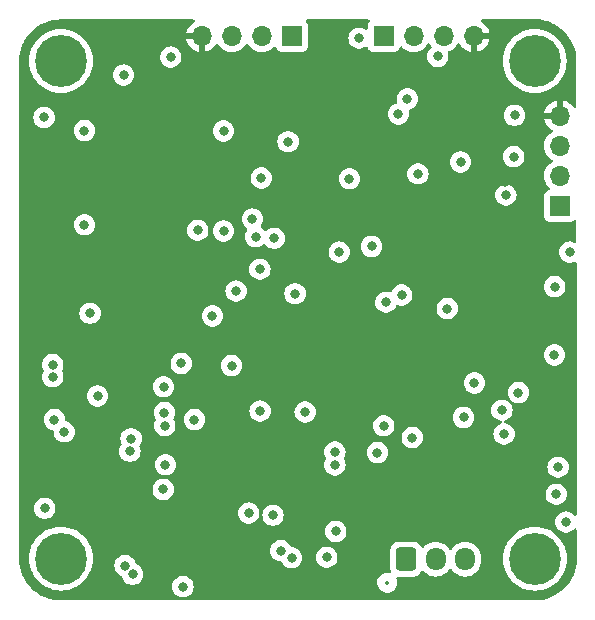
<source format=gbr>
%TF.GenerationSoftware,KiCad,Pcbnew,7.0.9*%
%TF.CreationDate,2024-01-29T23:24:25+02:00*%
%TF.ProjectId,TheftShield_Tracker,54686566-7453-4686-9965-6c645f547261,rev?*%
%TF.SameCoordinates,Original*%
%TF.FileFunction,Copper,L3,Inr*%
%TF.FilePolarity,Positive*%
%FSLAX46Y46*%
G04 Gerber Fmt 4.6, Leading zero omitted, Abs format (unit mm)*
G04 Created by KiCad (PCBNEW 7.0.9) date 2024-01-29 23:24:25*
%MOMM*%
%LPD*%
G01*
G04 APERTURE LIST*
G04 Aperture macros list*
%AMRoundRect*
0 Rectangle with rounded corners*
0 $1 Rounding radius*
0 $2 $3 $4 $5 $6 $7 $8 $9 X,Y pos of 4 corners*
0 Add a 4 corners polygon primitive as box body*
4,1,4,$2,$3,$4,$5,$6,$7,$8,$9,$2,$3,0*
0 Add four circle primitives for the rounded corners*
1,1,$1+$1,$2,$3*
1,1,$1+$1,$4,$5*
1,1,$1+$1,$6,$7*
1,1,$1+$1,$8,$9*
0 Add four rect primitives between the rounded corners*
20,1,$1+$1,$2,$3,$4,$5,0*
20,1,$1+$1,$4,$5,$6,$7,0*
20,1,$1+$1,$6,$7,$8,$9,0*
20,1,$1+$1,$8,$9,$2,$3,0*%
G04 Aperture macros list end*
%TA.AperFunction,ComponentPad*%
%ADD10R,1.700000X1.700000*%
%TD*%
%TA.AperFunction,ComponentPad*%
%ADD11O,1.700000X1.700000*%
%TD*%
%TA.AperFunction,ComponentPad*%
%ADD12C,4.400000*%
%TD*%
%TA.AperFunction,ComponentPad*%
%ADD13RoundRect,0.250000X-0.600000X-0.725000X0.600000X-0.725000X0.600000X0.725000X-0.600000X0.725000X0*%
%TD*%
%TA.AperFunction,ComponentPad*%
%ADD14O,1.700000X1.950000*%
%TD*%
%TA.AperFunction,ViaPad*%
%ADD15C,0.800000*%
%TD*%
%ADD16C,0.350000*%
G04 APERTURE END LIST*
D10*
%TO.N,GND*%
%TO.C,J2*%
X175153400Y-93358800D03*
D11*
%TO.N,/STM32F401RCT6/USART1_RX*%
X175153400Y-90818800D03*
%TO.N,/STM32F401RCT6/USART1_TX*%
X175153400Y-88278800D03*
%TO.N,+3.3V*%
X175153400Y-85738800D03*
%TD*%
D12*
%TO.N,GND*%
%TO.C,H1*%
X173000126Y-81112074D03*
%TD*%
%TO.N,GND*%
%TO.C,H2*%
X173013400Y-123238800D03*
%TD*%
D10*
%TO.N,GND*%
%TO.C,J3*%
X152442600Y-78994600D03*
D11*
%TO.N,/STM32F401RCT6/NRST*%
X149902600Y-78994600D03*
%TO.N,/STM32F401RCT6/BOOT0*%
X147362600Y-78994600D03*
%TO.N,+3.3V*%
X144822600Y-78994600D03*
%TD*%
D13*
%TO.N,+MAIN_VCC*%
%TO.C,J4*%
X162117400Y-123274600D03*
D14*
%TO.N,GND*%
X164617400Y-123274600D03*
%TO.N,/ADC1_IN6*%
X167117400Y-123274600D03*
%TD*%
D10*
%TO.N,GND*%
%TO.C,J1*%
X160215000Y-78969200D03*
D11*
%TO.N,/STM32F401RCT6/SWCLK*%
X162755000Y-78969200D03*
%TO.N,/STM32F401RCT6/SWDIO*%
X165295000Y-78969200D03*
%TO.N,+3.3V*%
X167835000Y-78969200D03*
%TD*%
D12*
%TO.N,GND*%
%TO.C,H3*%
X132883400Y-81108800D03*
%TD*%
%TO.N,GND*%
%TO.C,H4*%
X132883400Y-123228800D03*
%TD*%
D15*
%TO.N,GND*%
X147726400Y-100584000D03*
X144195800Y-111455200D03*
X156455800Y-97282600D03*
X161747200Y-100914200D03*
X147345400Y-106883200D03*
X146659600Y-87020400D03*
X135991600Y-109474000D03*
X151511000Y-122555000D03*
X158140400Y-79171800D03*
X152425400Y-123164600D03*
X142189200Y-80772000D03*
X132198800Y-107823600D03*
X144475200Y-95427800D03*
X170408600Y-112674400D03*
X152715955Y-100800963D03*
X153568899Y-110820699D03*
X171234697Y-89191503D03*
X174980600Y-115493800D03*
X149758400Y-110744000D03*
X138955200Y-124562200D03*
X171300000Y-85700000D03*
X170561000Y-92456000D03*
X174828200Y-117779800D03*
X141554200Y-117373400D03*
X170230800Y-110667800D03*
X160401000Y-101523800D03*
X160223200Y-111988600D03*
X149377400Y-95986600D03*
X166979600Y-111277400D03*
X141579600Y-108686600D03*
X159199000Y-96800000D03*
X141732000Y-115290600D03*
X143222400Y-125603600D03*
X167894000Y-108356400D03*
X145719800Y-102692200D03*
X131521200Y-118973600D03*
X162636200Y-112979200D03*
X171627800Y-109169200D03*
X150843679Y-119561036D03*
X156083000Y-114198400D03*
X175971200Y-97282000D03*
X131470400Y-85877400D03*
X175641000Y-120142000D03*
X148793200Y-119380000D03*
X146659600Y-95504000D03*
X143078200Y-106705400D03*
X156083000Y-115316000D03*
X132198800Y-106807600D03*
X156159200Y-120929400D03*
X149851800Y-91008800D03*
X159689800Y-114249200D03*
X138320200Y-123825600D03*
X165599800Y-102057800D03*
X155399000Y-123113800D03*
%TO.N,+BCKUP_BATT*%
X132334000Y-111455200D03*
X133172200Y-112496600D03*
X150952200Y-96113600D03*
X134874000Y-86995000D03*
%TO.N,+3.3V*%
X163550600Y-96799400D03*
X170505901Y-91368099D03*
X150029600Y-92837600D03*
X130319200Y-119685400D03*
X173507400Y-109220000D03*
X170904253Y-84035547D03*
X154703200Y-81966400D03*
X130352800Y-103124000D03*
X174828200Y-110643000D03*
X136491400Y-113094600D03*
X139216800Y-106756800D03*
%TO.N,/STM32F401RCT6/NRST*%
X157310500Y-91076100D03*
%TO.N,/SIM800C/SIM_DATA*%
X141655800Y-110871000D03*
%TO.N,/SIM800C/SIM_CLK*%
X141681200Y-111963200D03*
%TO.N,/SIM800C/SIM_RST*%
X138835900Y-113080800D03*
%TO.N,/SIM800C/SIM_VDD*%
X138728979Y-114145181D03*
%TO.N,/STM32F401RCT6/USART1_RX*%
X164795200Y-80707900D03*
%TO.N,/STM32F401RCT6/BOOT0*%
X152120600Y-87934800D03*
%TO.N,/NEO-6M/PWR_CNTR*%
X162229800Y-84302600D03*
X135358900Y-102463600D03*
%TO.N,Net-(U4-TIMEPULSE)*%
X138201400Y-82296000D03*
X134874000Y-94970600D03*
%TO.N,/NEO-6M/UART_RXD1*%
X149098000Y-94488000D03*
X161467800Y-85598000D03*
%TO.N,/STM32F401RCT6/PA4*%
X149733000Y-98729800D03*
X163118800Y-90652600D03*
%TO.N,/STM32F401RCT6/PA6*%
X174701200Y-100203000D03*
X166725600Y-89662000D03*
%TO.N,/ADC1_IN6*%
X174675800Y-105994200D03*
%TD*%
%TA.AperFunction,Conductor*%
%TO.N,+3.3V*%
G36*
X172991652Y-77562649D02*
G01*
X173334013Y-77579471D01*
X173340071Y-77580068D01*
X173677628Y-77630141D01*
X173683599Y-77631329D01*
X173879817Y-77680479D01*
X174014642Y-77714252D01*
X174020433Y-77716008D01*
X174341776Y-77830988D01*
X174347367Y-77833304D01*
X174553294Y-77930701D01*
X174655878Y-77979220D01*
X174661244Y-77982088D01*
X174896671Y-78123199D01*
X174953941Y-78157525D01*
X174959003Y-78160907D01*
X175233110Y-78364199D01*
X175237814Y-78368059D01*
X175490680Y-78597244D01*
X175494955Y-78601519D01*
X175642478Y-78764285D01*
X175724138Y-78854383D01*
X175728000Y-78859089D01*
X175931292Y-79133196D01*
X175934674Y-79138258D01*
X176110109Y-79430952D01*
X176112979Y-79436321D01*
X176258890Y-79744820D01*
X176261215Y-79750433D01*
X176376186Y-80071753D01*
X176377950Y-80077567D01*
X176460870Y-80408600D01*
X176462058Y-80414571D01*
X176512131Y-80752120D01*
X176512728Y-80758178D01*
X176529551Y-81100564D01*
X176529626Y-81103607D01*
X176529626Y-81168069D01*
X176529678Y-81168779D01*
X176532673Y-84961578D01*
X176513041Y-85028633D01*
X176460274Y-85074430D01*
X176391123Y-85084428D01*
X176327544Y-85055453D01*
X176307098Y-85032799D01*
X176191513Y-84867726D01*
X176191508Y-84867720D01*
X176024482Y-84700694D01*
X175830978Y-84565199D01*
X175616892Y-84465370D01*
X175616886Y-84465367D01*
X175403400Y-84408164D01*
X175403400Y-85303298D01*
X175295715Y-85254120D01*
X175189163Y-85238800D01*
X175117637Y-85238800D01*
X175011085Y-85254120D01*
X174903400Y-85303298D01*
X174903400Y-84408164D01*
X174903399Y-84408164D01*
X174689913Y-84465367D01*
X174689907Y-84465370D01*
X174475822Y-84565199D01*
X174475820Y-84565200D01*
X174282326Y-84700686D01*
X174282320Y-84700691D01*
X174115291Y-84867720D01*
X174115286Y-84867726D01*
X173979800Y-85061220D01*
X173979799Y-85061222D01*
X173879970Y-85275307D01*
X173879967Y-85275313D01*
X173822764Y-85488799D01*
X173822764Y-85488800D01*
X174719714Y-85488800D01*
X174693907Y-85528956D01*
X174653400Y-85666911D01*
X174653400Y-85810689D01*
X174693907Y-85948644D01*
X174719714Y-85988800D01*
X173822764Y-85988800D01*
X173879967Y-86202286D01*
X173879970Y-86202292D01*
X173979799Y-86416378D01*
X174115294Y-86609882D01*
X174282317Y-86776905D01*
X174467995Y-86906919D01*
X174511619Y-86961496D01*
X174518812Y-87030995D01*
X174487290Y-87093349D01*
X174467995Y-87110069D01*
X174281994Y-87240308D01*
X174114905Y-87407397D01*
X173979365Y-87600969D01*
X173979364Y-87600971D01*
X173879498Y-87815135D01*
X173879494Y-87815144D01*
X173818338Y-88043386D01*
X173818336Y-88043396D01*
X173797741Y-88278799D01*
X173797741Y-88278800D01*
X173818336Y-88514203D01*
X173818338Y-88514213D01*
X173879494Y-88742455D01*
X173879496Y-88742459D01*
X173879497Y-88742463D01*
X173917157Y-88823225D01*
X173979365Y-88956630D01*
X173979367Y-88956634D01*
X174087681Y-89111321D01*
X174114901Y-89150196D01*
X174114906Y-89150202D01*
X174281997Y-89317293D01*
X174282003Y-89317298D01*
X174467558Y-89447225D01*
X174511183Y-89501802D01*
X174518377Y-89571300D01*
X174486854Y-89633655D01*
X174467558Y-89650375D01*
X174281997Y-89780305D01*
X174114905Y-89947397D01*
X173979365Y-90140969D01*
X173979364Y-90140971D01*
X173879498Y-90355135D01*
X173879494Y-90355144D01*
X173818338Y-90583386D01*
X173818336Y-90583396D01*
X173797741Y-90818799D01*
X173797741Y-90818800D01*
X173818336Y-91054203D01*
X173818338Y-91054213D01*
X173879494Y-91282455D01*
X173879496Y-91282459D01*
X173879497Y-91282463D01*
X173951443Y-91436751D01*
X173979365Y-91496630D01*
X173979367Y-91496634D01*
X174048144Y-91594857D01*
X174114901Y-91690196D01*
X174114906Y-91690202D01*
X174236830Y-91812126D01*
X174270315Y-91873449D01*
X174265331Y-91943141D01*
X174223459Y-91999074D01*
X174192483Y-92015989D01*
X174061069Y-92065003D01*
X174061064Y-92065006D01*
X173945855Y-92151252D01*
X173945852Y-92151255D01*
X173859606Y-92266464D01*
X173859602Y-92266471D01*
X173809308Y-92401317D01*
X173802901Y-92460916D01*
X173802900Y-92460935D01*
X173802900Y-94256670D01*
X173802901Y-94256676D01*
X173809308Y-94316283D01*
X173859602Y-94451128D01*
X173859606Y-94451135D01*
X173945852Y-94566344D01*
X173945855Y-94566347D01*
X174061064Y-94652593D01*
X174061071Y-94652597D01*
X174195917Y-94702891D01*
X174195916Y-94702891D01*
X174202844Y-94703635D01*
X174255527Y-94709300D01*
X176051272Y-94709299D01*
X176110883Y-94702891D01*
X176245731Y-94652596D01*
X176342040Y-94580498D01*
X176407501Y-94556082D01*
X176475774Y-94570933D01*
X176525180Y-94620337D01*
X176540349Y-94679668D01*
X176541675Y-96359231D01*
X176522043Y-96426286D01*
X176469275Y-96472083D01*
X176400125Y-96482081D01*
X176367239Y-96472608D01*
X176251007Y-96420857D01*
X176251002Y-96420855D01*
X176105201Y-96389865D01*
X176065846Y-96381500D01*
X175876554Y-96381500D01*
X175844097Y-96388398D01*
X175691397Y-96420855D01*
X175691392Y-96420857D01*
X175518470Y-96497848D01*
X175518465Y-96497851D01*
X175365329Y-96609111D01*
X175238666Y-96749785D01*
X175144021Y-96913715D01*
X175144018Y-96913722D01*
X175085527Y-97093740D01*
X175085526Y-97093744D01*
X175065740Y-97282000D01*
X175085526Y-97470256D01*
X175085527Y-97470259D01*
X175144018Y-97650277D01*
X175144021Y-97650284D01*
X175238667Y-97814216D01*
X175357009Y-97945648D01*
X175365329Y-97954888D01*
X175518465Y-98066148D01*
X175518470Y-98066151D01*
X175691392Y-98143142D01*
X175691397Y-98143144D01*
X175876554Y-98182500D01*
X175876555Y-98182500D01*
X176065844Y-98182500D01*
X176065846Y-98182500D01*
X176251003Y-98143144D01*
X176323006Y-98111086D01*
X176368697Y-98090743D01*
X176437947Y-98081458D01*
X176501224Y-98111086D01*
X176538437Y-98170221D01*
X176543133Y-98203924D01*
X176559949Y-119493691D01*
X176540317Y-119560746D01*
X176487550Y-119606543D01*
X176418399Y-119616541D01*
X176354820Y-119587566D01*
X176343799Y-119576761D01*
X176246870Y-119469111D01*
X176093734Y-119357851D01*
X176093729Y-119357848D01*
X175920807Y-119280857D01*
X175920802Y-119280855D01*
X175775001Y-119249865D01*
X175735646Y-119241500D01*
X175546354Y-119241500D01*
X175513897Y-119248398D01*
X175361197Y-119280855D01*
X175361192Y-119280857D01*
X175188270Y-119357848D01*
X175188265Y-119357851D01*
X175035129Y-119469111D01*
X174908466Y-119609785D01*
X174813821Y-119773715D01*
X174813818Y-119773722D01*
X174755327Y-119953740D01*
X174755326Y-119953744D01*
X174735540Y-120142000D01*
X174755326Y-120330256D01*
X174755327Y-120330259D01*
X174813818Y-120510277D01*
X174813821Y-120510284D01*
X174908467Y-120674216D01*
X174998102Y-120773765D01*
X175035129Y-120814888D01*
X175188265Y-120926148D01*
X175188270Y-120926151D01*
X175361192Y-121003142D01*
X175361197Y-121003144D01*
X175546354Y-121042500D01*
X175546355Y-121042500D01*
X175735644Y-121042500D01*
X175735646Y-121042500D01*
X175920803Y-121003144D01*
X176093730Y-120926151D01*
X176246871Y-120814888D01*
X176344825Y-120706098D01*
X176404308Y-120669453D01*
X176474165Y-120670782D01*
X176532213Y-120709669D01*
X176560024Y-120773765D01*
X176560972Y-120788975D01*
X176562898Y-123227245D01*
X176562824Y-123230337D01*
X176546004Y-123572690D01*
X176545408Y-123578749D01*
X176495335Y-123916309D01*
X176494148Y-123922280D01*
X176411231Y-124253302D01*
X176409464Y-124259128D01*
X176294498Y-124580438D01*
X176292168Y-124586063D01*
X176146260Y-124894559D01*
X176143390Y-124899928D01*
X175967956Y-125192622D01*
X175964574Y-125197684D01*
X175761281Y-125471791D01*
X175757419Y-125476497D01*
X175653408Y-125591256D01*
X175559929Y-125694395D01*
X175528251Y-125729346D01*
X175523950Y-125733646D01*
X175496603Y-125758433D01*
X175271097Y-125962819D01*
X175266391Y-125966681D01*
X174992284Y-126169974D01*
X174987222Y-126173356D01*
X174694528Y-126348790D01*
X174689159Y-126351660D01*
X174380663Y-126497568D01*
X174375038Y-126499898D01*
X174053728Y-126614864D01*
X174047902Y-126616631D01*
X173716880Y-126699548D01*
X173710909Y-126700735D01*
X173373347Y-126750808D01*
X173367289Y-126751404D01*
X173024897Y-126768225D01*
X173021854Y-126768300D01*
X172961552Y-126768300D01*
X172961334Y-126768315D01*
X132894940Y-126778299D01*
X132891882Y-126778225D01*
X132549509Y-126761404D01*
X132543450Y-126760808D01*
X132205890Y-126710735D01*
X132199922Y-126709548D01*
X132100574Y-126684663D01*
X131868897Y-126626631D01*
X131863071Y-126624864D01*
X131541761Y-126509898D01*
X131536136Y-126507568D01*
X131227640Y-126361660D01*
X131222276Y-126358792D01*
X130929577Y-126183356D01*
X130924515Y-126179974D01*
X130650408Y-125976681D01*
X130645702Y-125972819D01*
X130626778Y-125955667D01*
X130392838Y-125743636D01*
X130388563Y-125739361D01*
X130159378Y-125486495D01*
X130155518Y-125481791D01*
X129952225Y-125207684D01*
X129948843Y-125202622D01*
X129773402Y-124909916D01*
X129770539Y-124904559D01*
X129765809Y-124894559D01*
X129624630Y-124596062D01*
X129622301Y-124590438D01*
X129616289Y-124573635D01*
X129507334Y-124269126D01*
X129505568Y-124263302D01*
X129422647Y-123932261D01*
X129421464Y-123926309D01*
X129419716Y-123914522D01*
X129371390Y-123588740D01*
X129370795Y-123582690D01*
X129353975Y-123240311D01*
X129353900Y-123237269D01*
X129353900Y-123228800D01*
X130177964Y-123228800D01*
X130197689Y-123554899D01*
X130256578Y-123876252D01*
X130353766Y-124188142D01*
X130353770Y-124188154D01*
X130353773Y-124188161D01*
X130487855Y-124486079D01*
X130629720Y-124720751D01*
X130656873Y-124765668D01*
X130858354Y-125022839D01*
X131089360Y-125253845D01*
X131346531Y-125455326D01*
X131346534Y-125455328D01*
X131346537Y-125455330D01*
X131626121Y-125624345D01*
X131924039Y-125758427D01*
X131924052Y-125758431D01*
X131924057Y-125758433D01*
X132235947Y-125855621D01*
X132557296Y-125914510D01*
X132883400Y-125934236D01*
X133209504Y-125914510D01*
X133530853Y-125855621D01*
X133779415Y-125778166D01*
X133842742Y-125758433D01*
X133842742Y-125758432D01*
X133842761Y-125758427D01*
X134140679Y-125624345D01*
X134174995Y-125603600D01*
X142316940Y-125603600D01*
X142336726Y-125791856D01*
X142336727Y-125791859D01*
X142395218Y-125971877D01*
X142395221Y-125971884D01*
X142489867Y-126135816D01*
X142616529Y-126276488D01*
X142769665Y-126387748D01*
X142769670Y-126387751D01*
X142942592Y-126464742D01*
X142942597Y-126464744D01*
X143127754Y-126504100D01*
X143127755Y-126504100D01*
X143317044Y-126504100D01*
X143317046Y-126504100D01*
X143502203Y-126464744D01*
X143675130Y-126387751D01*
X143828271Y-126276488D01*
X143954933Y-126135816D01*
X144049579Y-125971884D01*
X144108074Y-125791856D01*
X144127860Y-125603600D01*
X144108074Y-125415344D01*
X144049579Y-125235316D01*
X144045520Y-125228285D01*
X159663140Y-125228285D01*
X159673155Y-125413006D01*
X159673155Y-125413011D01*
X159722644Y-125591256D01*
X159722647Y-125591262D01*
X159809298Y-125754702D01*
X159903514Y-125865621D01*
X159929063Y-125895700D01*
X160076336Y-126007654D01*
X160244233Y-126085332D01*
X160244234Y-126085332D01*
X160244236Y-126085333D01*
X160299048Y-126097397D01*
X160424903Y-126125100D01*
X160424906Y-126125100D01*
X160563507Y-126125100D01*
X160563513Y-126125100D01*
X160701310Y-126110114D01*
X160876621Y-126051044D01*
X161035136Y-125955670D01*
X161169441Y-125828449D01*
X161273258Y-125675330D01*
X161289588Y-125634346D01*
X161341730Y-125503477D01*
X161341729Y-125503477D01*
X161341731Y-125503475D01*
X161371660Y-125320917D01*
X161361645Y-125136193D01*
X161350046Y-125094416D01*
X161312155Y-124957943D01*
X161312154Y-124957941D01*
X161295462Y-124926457D01*
X161281451Y-124858006D01*
X161306671Y-124792847D01*
X161363116Y-124751667D01*
X161417618Y-124745015D01*
X161467391Y-124750100D01*
X162767408Y-124750099D01*
X162870197Y-124739599D01*
X163036734Y-124684414D01*
X163186056Y-124592312D01*
X163310112Y-124468256D01*
X163402214Y-124318934D01*
X163402214Y-124318931D01*
X163405578Y-124313479D01*
X163457526Y-124266754D01*
X163526488Y-124255531D01*
X163590570Y-124283374D01*
X163598798Y-124290894D01*
X163745999Y-124438095D01*
X163814520Y-124486074D01*
X163939565Y-124573632D01*
X163939567Y-124573633D01*
X163939570Y-124573635D01*
X164153737Y-124673503D01*
X164381992Y-124734663D01*
X164558434Y-124750100D01*
X164617399Y-124755259D01*
X164617400Y-124755259D01*
X164617401Y-124755259D01*
X164676366Y-124750100D01*
X164852808Y-124734663D01*
X165081063Y-124673503D01*
X165295229Y-124573635D01*
X165488801Y-124438095D01*
X165655895Y-124271001D01*
X165765826Y-124114001D01*
X165820401Y-124070378D01*
X165889900Y-124063184D01*
X165952255Y-124094706D01*
X165968971Y-124113998D01*
X166024907Y-124193884D01*
X166078906Y-124271003D01*
X166165718Y-124357814D01*
X166245999Y-124438095D01*
X166314520Y-124486074D01*
X166439565Y-124573632D01*
X166439567Y-124573633D01*
X166439570Y-124573635D01*
X166653737Y-124673503D01*
X166881992Y-124734663D01*
X167058434Y-124750100D01*
X167117399Y-124755259D01*
X167117400Y-124755259D01*
X167117401Y-124755259D01*
X167176366Y-124750100D01*
X167352808Y-124734663D01*
X167581063Y-124673503D01*
X167795229Y-124573635D01*
X167988801Y-124438095D01*
X168155895Y-124271001D01*
X168291435Y-124077429D01*
X168391303Y-123863263D01*
X168452463Y-123635008D01*
X168467900Y-123458566D01*
X168467900Y-123238800D01*
X170307964Y-123238800D01*
X170327689Y-123564899D01*
X170386578Y-123886252D01*
X170483766Y-124198142D01*
X170483770Y-124198154D01*
X170483773Y-124198161D01*
X170617855Y-124496079D01*
X170768343Y-124745015D01*
X170786873Y-124775668D01*
X170988354Y-125032839D01*
X171219360Y-125263845D01*
X171476531Y-125465326D01*
X171476534Y-125465328D01*
X171476537Y-125465330D01*
X171756121Y-125634345D01*
X172054039Y-125768427D01*
X172054052Y-125768431D01*
X172054057Y-125768433D01*
X172246657Y-125828449D01*
X172365947Y-125865621D01*
X172687296Y-125924510D01*
X173013400Y-125944236D01*
X173339504Y-125924510D01*
X173660853Y-125865621D01*
X173972761Y-125768427D01*
X174270679Y-125634345D01*
X174550263Y-125465330D01*
X174807436Y-125263848D01*
X175038448Y-125032836D01*
X175239930Y-124775663D01*
X175408945Y-124496079D01*
X175543027Y-124198161D01*
X175640221Y-123886253D01*
X175699110Y-123564904D01*
X175718836Y-123238800D01*
X175699110Y-122912696D01*
X175640221Y-122591347D01*
X175593344Y-122440912D01*
X175543033Y-122279457D01*
X175543031Y-122279452D01*
X175543027Y-122279439D01*
X175408945Y-121981521D01*
X175239930Y-121701937D01*
X175239928Y-121701934D01*
X175239926Y-121701931D01*
X175038445Y-121444760D01*
X174807439Y-121213754D01*
X174550268Y-121012273D01*
X174533721Y-121002270D01*
X174270679Y-120843255D01*
X173972761Y-120709173D01*
X173972754Y-120709170D01*
X173972742Y-120709166D01*
X173660852Y-120611978D01*
X173339499Y-120553089D01*
X173013400Y-120533364D01*
X172687300Y-120553089D01*
X172365947Y-120611978D01*
X172054057Y-120709166D01*
X172054041Y-120709172D01*
X172054039Y-120709173D01*
X171876726Y-120788975D01*
X171756125Y-120843253D01*
X171756123Y-120843254D01*
X171476531Y-121012273D01*
X171219360Y-121213754D01*
X170988354Y-121444760D01*
X170786873Y-121701931D01*
X170688424Y-121864786D01*
X170621455Y-121975567D01*
X170617854Y-121981523D01*
X170617853Y-121981525D01*
X170573109Y-122080942D01*
X170488273Y-122269442D01*
X170483772Y-122279442D01*
X170483766Y-122279457D01*
X170386578Y-122591347D01*
X170327689Y-122912700D01*
X170307964Y-123238800D01*
X168467900Y-123238800D01*
X168467900Y-123090634D01*
X168452463Y-122914192D01*
X168391303Y-122685937D01*
X168291435Y-122471771D01*
X168279336Y-122454491D01*
X168155894Y-122278197D01*
X167988802Y-122111106D01*
X167988795Y-122111101D01*
X167795234Y-121975567D01*
X167795230Y-121975565D01*
X167755177Y-121956888D01*
X167581063Y-121875697D01*
X167581059Y-121875696D01*
X167581055Y-121875694D01*
X167352813Y-121814538D01*
X167352803Y-121814536D01*
X167117401Y-121793941D01*
X167117399Y-121793941D01*
X166881996Y-121814536D01*
X166881986Y-121814538D01*
X166653744Y-121875694D01*
X166653735Y-121875698D01*
X166439571Y-121975564D01*
X166439569Y-121975565D01*
X166245997Y-122111105D01*
X166078905Y-122278197D01*
X165968975Y-122435195D01*
X165914398Y-122478820D01*
X165844900Y-122486014D01*
X165782545Y-122454491D01*
X165765825Y-122435195D01*
X165655894Y-122278197D01*
X165488802Y-122111106D01*
X165488795Y-122111101D01*
X165295234Y-121975567D01*
X165295230Y-121975565D01*
X165255177Y-121956888D01*
X165081063Y-121875697D01*
X165081059Y-121875696D01*
X165081055Y-121875694D01*
X164852813Y-121814538D01*
X164852803Y-121814536D01*
X164617401Y-121793941D01*
X164617399Y-121793941D01*
X164381996Y-121814536D01*
X164381986Y-121814538D01*
X164153744Y-121875694D01*
X164153735Y-121875698D01*
X163939571Y-121975564D01*
X163939569Y-121975565D01*
X163745997Y-122111105D01*
X163598798Y-122258305D01*
X163537475Y-122291790D01*
X163467783Y-122286806D01*
X163411850Y-122244934D01*
X163405578Y-122235720D01*
X163310112Y-122080944D01*
X163186057Y-121956889D01*
X163186056Y-121956888D01*
X163064824Y-121882112D01*
X163036736Y-121864787D01*
X163036731Y-121864785D01*
X163035262Y-121864298D01*
X162870197Y-121809601D01*
X162870195Y-121809600D01*
X162767410Y-121799100D01*
X161467398Y-121799100D01*
X161467381Y-121799101D01*
X161364603Y-121809600D01*
X161364600Y-121809601D01*
X161198068Y-121864785D01*
X161198063Y-121864787D01*
X161048742Y-121956889D01*
X160924689Y-122080942D01*
X160832587Y-122230263D01*
X160832585Y-122230268D01*
X160808333Y-122303456D01*
X160777401Y-122396803D01*
X160777401Y-122396804D01*
X160777400Y-122396804D01*
X160766900Y-122499583D01*
X160766900Y-124049601D01*
X160766901Y-124049618D01*
X160777400Y-124152396D01*
X160777401Y-124152399D01*
X160819111Y-124278270D01*
X160821513Y-124348098D01*
X160785781Y-124408140D01*
X160723261Y-124439333D01*
X160674749Y-124438375D01*
X160609897Y-124424100D01*
X160471287Y-124424100D01*
X160471283Y-124424100D01*
X160333488Y-124439086D01*
X160158176Y-124498157D01*
X160158174Y-124498158D01*
X159999662Y-124593531D01*
X159999661Y-124593532D01*
X159865359Y-124720749D01*
X159761538Y-124873876D01*
X159693069Y-125045722D01*
X159693069Y-125045725D01*
X159668157Y-125197684D01*
X159663140Y-125228285D01*
X144045520Y-125228285D01*
X143954933Y-125071384D01*
X143828271Y-124930712D01*
X143828270Y-124930711D01*
X143675134Y-124819451D01*
X143675129Y-124819448D01*
X143502207Y-124742457D01*
X143502202Y-124742455D01*
X143356401Y-124711465D01*
X143317046Y-124703100D01*
X143127754Y-124703100D01*
X143095297Y-124709998D01*
X142942597Y-124742455D01*
X142942592Y-124742457D01*
X142769670Y-124819448D01*
X142769665Y-124819451D01*
X142616529Y-124930711D01*
X142489866Y-125071385D01*
X142395221Y-125235315D01*
X142395218Y-125235322D01*
X142337485Y-125413007D01*
X142336726Y-125415344D01*
X142316940Y-125603600D01*
X134174995Y-125603600D01*
X134420263Y-125455330D01*
X134677436Y-125253848D01*
X134908448Y-125022836D01*
X135109930Y-124765663D01*
X135278945Y-124486079D01*
X135413027Y-124188161D01*
X135510221Y-123876253D01*
X135519503Y-123825600D01*
X137414740Y-123825600D01*
X137434526Y-124013856D01*
X137434527Y-124013859D01*
X137493018Y-124193877D01*
X137493021Y-124193884D01*
X137587667Y-124357816D01*
X137683157Y-124463868D01*
X137714329Y-124498488D01*
X137867465Y-124609748D01*
X137867470Y-124609751D01*
X137999894Y-124668711D01*
X138053131Y-124713961D01*
X138065995Y-124744770D01*
X138067518Y-124744276D01*
X138128018Y-124930477D01*
X138128021Y-124930484D01*
X138222667Y-125094416D01*
X138322455Y-125205241D01*
X138349329Y-125235088D01*
X138502465Y-125346348D01*
X138502470Y-125346351D01*
X138675392Y-125423342D01*
X138675397Y-125423344D01*
X138860554Y-125462700D01*
X138860555Y-125462700D01*
X139049844Y-125462700D01*
X139049846Y-125462700D01*
X139235003Y-125423344D01*
X139407930Y-125346351D01*
X139561071Y-125235088D01*
X139687733Y-125094416D01*
X139782379Y-124930484D01*
X139840874Y-124750456D01*
X139860660Y-124562200D01*
X139840874Y-124373944D01*
X139782379Y-124193916D01*
X139687733Y-124029984D01*
X139561071Y-123889312D01*
X139556861Y-123886253D01*
X139407934Y-123778051D01*
X139407932Y-123778050D01*
X139275504Y-123719088D01*
X139222268Y-123673837D01*
X139209418Y-123643025D01*
X139207882Y-123643525D01*
X139205872Y-123637340D01*
X139155427Y-123482084D01*
X139147381Y-123457321D01*
X139147378Y-123457315D01*
X139052733Y-123293384D01*
X138926071Y-123152712D01*
X138926070Y-123152711D01*
X138772934Y-123041451D01*
X138772929Y-123041448D01*
X138600007Y-122964457D01*
X138600002Y-122964455D01*
X138454201Y-122933465D01*
X138414846Y-122925100D01*
X138225554Y-122925100D01*
X138193097Y-122931998D01*
X138040397Y-122964455D01*
X138040392Y-122964457D01*
X137867470Y-123041448D01*
X137867465Y-123041451D01*
X137714329Y-123152711D01*
X137587666Y-123293385D01*
X137493021Y-123457315D01*
X137493018Y-123457322D01*
X137435285Y-123635008D01*
X137434526Y-123637344D01*
X137414740Y-123825600D01*
X135519503Y-123825600D01*
X135569110Y-123554904D01*
X135588836Y-123228800D01*
X135569110Y-122902696D01*
X135510221Y-122581347D01*
X135502011Y-122555000D01*
X150605540Y-122555000D01*
X150625326Y-122743256D01*
X150625327Y-122743259D01*
X150683818Y-122923277D01*
X150683821Y-122923284D01*
X150778467Y-123087216D01*
X150863106Y-123181217D01*
X150905129Y-123227888D01*
X151058265Y-123339148D01*
X151058270Y-123339151D01*
X151231192Y-123416142D01*
X151231197Y-123416144D01*
X151416354Y-123455500D01*
X151483241Y-123455500D01*
X151550280Y-123475185D01*
X151596035Y-123527989D01*
X151596519Y-123529061D01*
X151598219Y-123532880D01*
X151598221Y-123532884D01*
X151692867Y-123696816D01*
X151808825Y-123825600D01*
X151819529Y-123837488D01*
X151972665Y-123948748D01*
X151972670Y-123948751D01*
X152145592Y-124025742D01*
X152145597Y-124025744D01*
X152330754Y-124065100D01*
X152330755Y-124065100D01*
X152520044Y-124065100D01*
X152520046Y-124065100D01*
X152705203Y-124025744D01*
X152878130Y-123948751D01*
X153031271Y-123837488D01*
X153157933Y-123696816D01*
X153252579Y-123532884D01*
X153311074Y-123352856D01*
X153330860Y-123164600D01*
X153325521Y-123113800D01*
X154493540Y-123113800D01*
X154513326Y-123302056D01*
X154513327Y-123302059D01*
X154571818Y-123482077D01*
X154571821Y-123482084D01*
X154666467Y-123646016D01*
X154732262Y-123719088D01*
X154793129Y-123786688D01*
X154946265Y-123897948D01*
X154946270Y-123897951D01*
X155119192Y-123974942D01*
X155119197Y-123974944D01*
X155304354Y-124014300D01*
X155304355Y-124014300D01*
X155493644Y-124014300D01*
X155493646Y-124014300D01*
X155678803Y-123974944D01*
X155851730Y-123897951D01*
X156004871Y-123786688D01*
X156131533Y-123646016D01*
X156226179Y-123482084D01*
X156284674Y-123302056D01*
X156304460Y-123113800D01*
X156284674Y-122925544D01*
X156226179Y-122745516D01*
X156131533Y-122581584D01*
X156004871Y-122440912D01*
X156004870Y-122440911D01*
X155851734Y-122329651D01*
X155851729Y-122329648D01*
X155678807Y-122252657D01*
X155678802Y-122252655D01*
X155533001Y-122221665D01*
X155493646Y-122213300D01*
X155304354Y-122213300D01*
X155271897Y-122220198D01*
X155119197Y-122252655D01*
X155119192Y-122252657D01*
X154946270Y-122329648D01*
X154946265Y-122329651D01*
X154793129Y-122440911D01*
X154666466Y-122581585D01*
X154571821Y-122745515D01*
X154571818Y-122745522D01*
X154514060Y-122923284D01*
X154513326Y-122925544D01*
X154493540Y-123113800D01*
X153325521Y-123113800D01*
X153311074Y-122976344D01*
X153252579Y-122796316D01*
X153157933Y-122632384D01*
X153031271Y-122491712D01*
X153031270Y-122491711D01*
X152878134Y-122380451D01*
X152878129Y-122380448D01*
X152705207Y-122303457D01*
X152705202Y-122303455D01*
X152545164Y-122269439D01*
X152520046Y-122264100D01*
X152520045Y-122264100D01*
X152453159Y-122264100D01*
X152386120Y-122244415D01*
X152340365Y-122191611D01*
X152339881Y-122190539D01*
X152338181Y-122186722D01*
X152338179Y-122186716D01*
X152243533Y-122022784D01*
X152116871Y-121882112D01*
X152108043Y-121875698D01*
X151963734Y-121770851D01*
X151963729Y-121770848D01*
X151790807Y-121693857D01*
X151790802Y-121693855D01*
X151645001Y-121662865D01*
X151605646Y-121654500D01*
X151416354Y-121654500D01*
X151383897Y-121661398D01*
X151231197Y-121693855D01*
X151231192Y-121693857D01*
X151058270Y-121770848D01*
X151058265Y-121770851D01*
X150905129Y-121882111D01*
X150778466Y-122022785D01*
X150683821Y-122186715D01*
X150683818Y-122186722D01*
X150645889Y-122303457D01*
X150625326Y-122366744D01*
X150605540Y-122555000D01*
X135502011Y-122555000D01*
X135484745Y-122499591D01*
X135413033Y-122269457D01*
X135413031Y-122269452D01*
X135413027Y-122269439D01*
X135278945Y-121971521D01*
X135109930Y-121691937D01*
X135109928Y-121691934D01*
X135109926Y-121691931D01*
X134908445Y-121434760D01*
X134677439Y-121203754D01*
X134420268Y-121002273D01*
X134412706Y-120997701D01*
X134299722Y-120929400D01*
X155253740Y-120929400D01*
X155273526Y-121117656D01*
X155273527Y-121117659D01*
X155332018Y-121297677D01*
X155332021Y-121297684D01*
X155426667Y-121461616D01*
X155553329Y-121602288D01*
X155706465Y-121713548D01*
X155706470Y-121713551D01*
X155879392Y-121790542D01*
X155879397Y-121790544D01*
X156064554Y-121829900D01*
X156064555Y-121829900D01*
X156253844Y-121829900D01*
X156253846Y-121829900D01*
X156439003Y-121790544D01*
X156611930Y-121713551D01*
X156765071Y-121602288D01*
X156891733Y-121461616D01*
X156986379Y-121297684D01*
X157044874Y-121117656D01*
X157064660Y-120929400D01*
X157044874Y-120741144D01*
X156986379Y-120561116D01*
X156891733Y-120397184D01*
X156765071Y-120256512D01*
X156743916Y-120241142D01*
X156611934Y-120145251D01*
X156611929Y-120145248D01*
X156439007Y-120068257D01*
X156439002Y-120068255D01*
X156293201Y-120037265D01*
X156253846Y-120028900D01*
X156064554Y-120028900D01*
X156032097Y-120035798D01*
X155879397Y-120068255D01*
X155879392Y-120068257D01*
X155706470Y-120145248D01*
X155706465Y-120145251D01*
X155553329Y-120256511D01*
X155426666Y-120397185D01*
X155332021Y-120561115D01*
X155332018Y-120561122D01*
X155273527Y-120741140D01*
X155273526Y-120741144D01*
X155253740Y-120929400D01*
X134299722Y-120929400D01*
X134140679Y-120833255D01*
X133842761Y-120699173D01*
X133842754Y-120699170D01*
X133842742Y-120699166D01*
X133530852Y-120601978D01*
X133209499Y-120543089D01*
X132883400Y-120523364D01*
X132557300Y-120543089D01*
X132235947Y-120601978D01*
X131924057Y-120699166D01*
X131924041Y-120699172D01*
X131924039Y-120699173D01*
X131626121Y-120833255D01*
X131609581Y-120843254D01*
X131346531Y-121002273D01*
X131089360Y-121203754D01*
X130858354Y-121434760D01*
X130656873Y-121691931D01*
X130595206Y-121793941D01*
X130496701Y-121956889D01*
X130487854Y-121971523D01*
X130487853Y-121971525D01*
X130464783Y-122022784D01*
X130361327Y-122252656D01*
X130353772Y-122269442D01*
X130353766Y-122269457D01*
X130256578Y-122581347D01*
X130197689Y-122902700D01*
X130177964Y-123228800D01*
X129353900Y-123228800D01*
X129353900Y-123172415D01*
X129353867Y-123171982D01*
X129351874Y-118973600D01*
X130615740Y-118973600D01*
X130635526Y-119161856D01*
X130635527Y-119161859D01*
X130694018Y-119341877D01*
X130694021Y-119341884D01*
X130788667Y-119505816D01*
X130888365Y-119616541D01*
X130915329Y-119646488D01*
X131068465Y-119757748D01*
X131068470Y-119757751D01*
X131241392Y-119834742D01*
X131241397Y-119834744D01*
X131426554Y-119874100D01*
X131426555Y-119874100D01*
X131615844Y-119874100D01*
X131615846Y-119874100D01*
X131801003Y-119834744D01*
X131973930Y-119757751D01*
X132127071Y-119646488D01*
X132253733Y-119505816D01*
X132326373Y-119380000D01*
X147887740Y-119380000D01*
X147907526Y-119568256D01*
X147907527Y-119568259D01*
X147966018Y-119748277D01*
X147966021Y-119748284D01*
X148060667Y-119912216D01*
X148165730Y-120028900D01*
X148187329Y-120052888D01*
X148340465Y-120164148D01*
X148340470Y-120164151D01*
X148513392Y-120241142D01*
X148513397Y-120241144D01*
X148698554Y-120280500D01*
X148698555Y-120280500D01*
X148887844Y-120280500D01*
X148887846Y-120280500D01*
X149073003Y-120241144D01*
X149245930Y-120164151D01*
X149399071Y-120052888D01*
X149525733Y-119912216D01*
X149620379Y-119748284D01*
X149678874Y-119568256D01*
X149679633Y-119561036D01*
X149938219Y-119561036D01*
X149958005Y-119749292D01*
X149958006Y-119749295D01*
X150016497Y-119929313D01*
X150016500Y-119929320D01*
X150111146Y-120093252D01*
X150174984Y-120164151D01*
X150237808Y-120233924D01*
X150390944Y-120345184D01*
X150390949Y-120345187D01*
X150563871Y-120422178D01*
X150563876Y-120422180D01*
X150749033Y-120461536D01*
X150749034Y-120461536D01*
X150938323Y-120461536D01*
X150938325Y-120461536D01*
X151123482Y-120422180D01*
X151296409Y-120345187D01*
X151449550Y-120233924D01*
X151576212Y-120093252D01*
X151670858Y-119929320D01*
X151729353Y-119749292D01*
X151749139Y-119561036D01*
X151729353Y-119372780D01*
X151670858Y-119192752D01*
X151576212Y-119028820D01*
X151449550Y-118888148D01*
X151449549Y-118888147D01*
X151296413Y-118776887D01*
X151296408Y-118776884D01*
X151123486Y-118699893D01*
X151123481Y-118699891D01*
X150977680Y-118668901D01*
X150938325Y-118660536D01*
X150749033Y-118660536D01*
X150716576Y-118667434D01*
X150563876Y-118699891D01*
X150563871Y-118699893D01*
X150390949Y-118776884D01*
X150390944Y-118776887D01*
X150237808Y-118888147D01*
X150111145Y-119028821D01*
X150016500Y-119192751D01*
X150016497Y-119192758D01*
X149958006Y-119372776D01*
X149958005Y-119372780D01*
X149938219Y-119561036D01*
X149679633Y-119561036D01*
X149698660Y-119380000D01*
X149678874Y-119191744D01*
X149620379Y-119011716D01*
X149525733Y-118847784D01*
X149399071Y-118707112D01*
X149389135Y-118699893D01*
X149245934Y-118595851D01*
X149245929Y-118595848D01*
X149073007Y-118518857D01*
X149073002Y-118518855D01*
X148927201Y-118487865D01*
X148887846Y-118479500D01*
X148698554Y-118479500D01*
X148666097Y-118486398D01*
X148513397Y-118518855D01*
X148513392Y-118518857D01*
X148340470Y-118595848D01*
X148340465Y-118595851D01*
X148187329Y-118707111D01*
X148060666Y-118847785D01*
X147966021Y-119011715D01*
X147966018Y-119011722D01*
X147917237Y-119161856D01*
X147907526Y-119191744D01*
X147887740Y-119380000D01*
X132326373Y-119380000D01*
X132348379Y-119341884D01*
X132406874Y-119161856D01*
X132426660Y-118973600D01*
X132406874Y-118785344D01*
X132348379Y-118605316D01*
X132253733Y-118441384D01*
X132127071Y-118300712D01*
X132127070Y-118300711D01*
X131973934Y-118189451D01*
X131973929Y-118189448D01*
X131801007Y-118112457D01*
X131801002Y-118112455D01*
X131655201Y-118081465D01*
X131615846Y-118073100D01*
X131426554Y-118073100D01*
X131394097Y-118079998D01*
X131241397Y-118112455D01*
X131241392Y-118112457D01*
X131068470Y-118189448D01*
X131068465Y-118189451D01*
X130915329Y-118300711D01*
X130788666Y-118441385D01*
X130694021Y-118605315D01*
X130694018Y-118605322D01*
X130638274Y-118776887D01*
X130635526Y-118785344D01*
X130615740Y-118973600D01*
X129351874Y-118973600D01*
X129351114Y-117373400D01*
X140648740Y-117373400D01*
X140668526Y-117561656D01*
X140668527Y-117561659D01*
X140727018Y-117741677D01*
X140727021Y-117741684D01*
X140821667Y-117905616D01*
X140948329Y-118046288D01*
X141101465Y-118157548D01*
X141101470Y-118157551D01*
X141274392Y-118234542D01*
X141274397Y-118234544D01*
X141459554Y-118273900D01*
X141459555Y-118273900D01*
X141648844Y-118273900D01*
X141648846Y-118273900D01*
X141834003Y-118234544D01*
X142006930Y-118157551D01*
X142160071Y-118046288D01*
X142286733Y-117905616D01*
X142359373Y-117779800D01*
X173922740Y-117779800D01*
X173942526Y-117968056D01*
X173942527Y-117968059D01*
X174001018Y-118148077D01*
X174001021Y-118148084D01*
X174095667Y-118312016D01*
X174212151Y-118441384D01*
X174222329Y-118452688D01*
X174375465Y-118563948D01*
X174375470Y-118563951D01*
X174548392Y-118640942D01*
X174548397Y-118640944D01*
X174733554Y-118680300D01*
X174733555Y-118680300D01*
X174922844Y-118680300D01*
X174922846Y-118680300D01*
X175108003Y-118640944D01*
X175280930Y-118563951D01*
X175434071Y-118452688D01*
X175560733Y-118312016D01*
X175655379Y-118148084D01*
X175713874Y-117968056D01*
X175733660Y-117779800D01*
X175713874Y-117591544D01*
X175655379Y-117411516D01*
X175560733Y-117247584D01*
X175434071Y-117106912D01*
X175434070Y-117106911D01*
X175280934Y-116995651D01*
X175280929Y-116995648D01*
X175108007Y-116918657D01*
X175108002Y-116918655D01*
X174962201Y-116887665D01*
X174922846Y-116879300D01*
X174733554Y-116879300D01*
X174701097Y-116886198D01*
X174548397Y-116918655D01*
X174548392Y-116918657D01*
X174375470Y-116995648D01*
X174375465Y-116995651D01*
X174222329Y-117106911D01*
X174095666Y-117247585D01*
X174001021Y-117411515D01*
X174001018Y-117411522D01*
X173952237Y-117561656D01*
X173942526Y-117591544D01*
X173922740Y-117779800D01*
X142359373Y-117779800D01*
X142381379Y-117741684D01*
X142439874Y-117561656D01*
X142459660Y-117373400D01*
X142439874Y-117185144D01*
X142381379Y-117005116D01*
X142286733Y-116841184D01*
X142160071Y-116700512D01*
X142160070Y-116700511D01*
X142006934Y-116589251D01*
X142006929Y-116589248D01*
X141834007Y-116512257D01*
X141834002Y-116512255D01*
X141688201Y-116481265D01*
X141648846Y-116472900D01*
X141459554Y-116472900D01*
X141427097Y-116479798D01*
X141274397Y-116512255D01*
X141274392Y-116512257D01*
X141101470Y-116589248D01*
X141101465Y-116589251D01*
X140948329Y-116700511D01*
X140821666Y-116841185D01*
X140727021Y-117005115D01*
X140727018Y-117005122D01*
X140693945Y-117106912D01*
X140668526Y-117185144D01*
X140648740Y-117373400D01*
X129351114Y-117373400D01*
X129350125Y-115290600D01*
X140826540Y-115290600D01*
X140846326Y-115478856D01*
X140846327Y-115478859D01*
X140904818Y-115658877D01*
X140904821Y-115658884D01*
X140999467Y-115822816D01*
X141126129Y-115963488D01*
X141279265Y-116074748D01*
X141279270Y-116074751D01*
X141452192Y-116151742D01*
X141452197Y-116151744D01*
X141637354Y-116191100D01*
X141637355Y-116191100D01*
X141826644Y-116191100D01*
X141826646Y-116191100D01*
X142011803Y-116151744D01*
X142184730Y-116074751D01*
X142337871Y-115963488D01*
X142464533Y-115822816D01*
X142559179Y-115658884D01*
X142617674Y-115478856D01*
X142634790Y-115316000D01*
X155177540Y-115316000D01*
X155197326Y-115504256D01*
X155197327Y-115504259D01*
X155255818Y-115684277D01*
X155255821Y-115684284D01*
X155350467Y-115848216D01*
X155454259Y-115963488D01*
X155477129Y-115988888D01*
X155630265Y-116100148D01*
X155630270Y-116100151D01*
X155803192Y-116177142D01*
X155803197Y-116177144D01*
X155988354Y-116216500D01*
X155988355Y-116216500D01*
X156177644Y-116216500D01*
X156177646Y-116216500D01*
X156362803Y-116177144D01*
X156535730Y-116100151D01*
X156688871Y-115988888D01*
X156815533Y-115848216D01*
X156910179Y-115684284D01*
X156968674Y-115504256D01*
X156969773Y-115493800D01*
X174075140Y-115493800D01*
X174094926Y-115682056D01*
X174094927Y-115682059D01*
X174153418Y-115862077D01*
X174153421Y-115862084D01*
X174248067Y-116026016D01*
X174314816Y-116100148D01*
X174374729Y-116166688D01*
X174527865Y-116277948D01*
X174527870Y-116277951D01*
X174700792Y-116354942D01*
X174700797Y-116354944D01*
X174885954Y-116394300D01*
X174885955Y-116394300D01*
X175075244Y-116394300D01*
X175075246Y-116394300D01*
X175260403Y-116354944D01*
X175433330Y-116277951D01*
X175586471Y-116166688D01*
X175713133Y-116026016D01*
X175807779Y-115862084D01*
X175866274Y-115682056D01*
X175886060Y-115493800D01*
X175866274Y-115305544D01*
X175807779Y-115125516D01*
X175713133Y-114961584D01*
X175586471Y-114820912D01*
X175584115Y-114819200D01*
X175433334Y-114709651D01*
X175433329Y-114709648D01*
X175260407Y-114632657D01*
X175260402Y-114632655D01*
X175114601Y-114601665D01*
X175075246Y-114593300D01*
X174885954Y-114593300D01*
X174853497Y-114600198D01*
X174700797Y-114632655D01*
X174700792Y-114632657D01*
X174527870Y-114709648D01*
X174527865Y-114709651D01*
X174374729Y-114820911D01*
X174248066Y-114961585D01*
X174153421Y-115125515D01*
X174153418Y-115125522D01*
X174094927Y-115305540D01*
X174094926Y-115305544D01*
X174075140Y-115493800D01*
X156969773Y-115493800D01*
X156988460Y-115316000D01*
X156968674Y-115127744D01*
X156910179Y-114947716D01*
X156835979Y-114819198D01*
X156819507Y-114751300D01*
X156835980Y-114695200D01*
X156910179Y-114566684D01*
X156968674Y-114386656D01*
X156983121Y-114249200D01*
X158784340Y-114249200D01*
X158804126Y-114437456D01*
X158804127Y-114437459D01*
X158862618Y-114617477D01*
X158862621Y-114617484D01*
X158957267Y-114781416D01*
X159083929Y-114922088D01*
X159237065Y-115033348D01*
X159237070Y-115033351D01*
X159409992Y-115110342D01*
X159409997Y-115110344D01*
X159595154Y-115149700D01*
X159595155Y-115149700D01*
X159784444Y-115149700D01*
X159784446Y-115149700D01*
X159969603Y-115110344D01*
X160142530Y-115033351D01*
X160295671Y-114922088D01*
X160422333Y-114781416D01*
X160516979Y-114617484D01*
X160575474Y-114437456D01*
X160595260Y-114249200D01*
X160575474Y-114060944D01*
X160516979Y-113880916D01*
X160422333Y-113716984D01*
X160295671Y-113576312D01*
X160293728Y-113574900D01*
X160142534Y-113465051D01*
X160142529Y-113465048D01*
X159969607Y-113388057D01*
X159969602Y-113388055D01*
X159823801Y-113357065D01*
X159784446Y-113348700D01*
X159595154Y-113348700D01*
X159562697Y-113355598D01*
X159409997Y-113388055D01*
X159409992Y-113388057D01*
X159237070Y-113465048D01*
X159237065Y-113465051D01*
X159083929Y-113576311D01*
X158957266Y-113716985D01*
X158862621Y-113880915D01*
X158862618Y-113880922D01*
X158820633Y-114010140D01*
X158804126Y-114060944D01*
X158784340Y-114249200D01*
X156983121Y-114249200D01*
X156988460Y-114198400D01*
X156968674Y-114010144D01*
X156910179Y-113830116D01*
X156815533Y-113666184D01*
X156688871Y-113525512D01*
X156688870Y-113525511D01*
X156535734Y-113414251D01*
X156535729Y-113414248D01*
X156362807Y-113337257D01*
X156362802Y-113337255D01*
X156217001Y-113306265D01*
X156177646Y-113297900D01*
X155988354Y-113297900D01*
X155955897Y-113304798D01*
X155803197Y-113337255D01*
X155803192Y-113337257D01*
X155630270Y-113414248D01*
X155630265Y-113414251D01*
X155477129Y-113525511D01*
X155350466Y-113666185D01*
X155255821Y-113830115D01*
X155255818Y-113830122D01*
X155197327Y-114010140D01*
X155197326Y-114010144D01*
X155177540Y-114198400D01*
X155197326Y-114386656D01*
X155197327Y-114386659D01*
X155255818Y-114566677D01*
X155255820Y-114566681D01*
X155255821Y-114566684D01*
X155315373Y-114669832D01*
X155330020Y-114695201D01*
X155346492Y-114763101D01*
X155330020Y-114819199D01*
X155255820Y-114947718D01*
X155255818Y-114947722D01*
X155198050Y-115125515D01*
X155197326Y-115127744D01*
X155177540Y-115316000D01*
X142634790Y-115316000D01*
X142637460Y-115290600D01*
X142617674Y-115102344D01*
X142559179Y-114922316D01*
X142464533Y-114758384D01*
X142337871Y-114617712D01*
X142337870Y-114617711D01*
X142184734Y-114506451D01*
X142184729Y-114506448D01*
X142011807Y-114429457D01*
X142011802Y-114429455D01*
X141866001Y-114398465D01*
X141826646Y-114390100D01*
X141637354Y-114390100D01*
X141604897Y-114396998D01*
X141452197Y-114429455D01*
X141452192Y-114429457D01*
X141279270Y-114506448D01*
X141279265Y-114506451D01*
X141126129Y-114617711D01*
X140999466Y-114758385D01*
X140904821Y-114922315D01*
X140904818Y-114922322D01*
X140868744Y-115033348D01*
X140846326Y-115102344D01*
X140826540Y-115290600D01*
X129350125Y-115290600D01*
X129349581Y-114145181D01*
X137823519Y-114145181D01*
X137843305Y-114333437D01*
X137843306Y-114333440D01*
X137901797Y-114513458D01*
X137901800Y-114513465D01*
X137996446Y-114677397D01*
X138092238Y-114783784D01*
X138123108Y-114818069D01*
X138276244Y-114929329D01*
X138276249Y-114929332D01*
X138449171Y-115006323D01*
X138449176Y-115006325D01*
X138634333Y-115045681D01*
X138634334Y-115045681D01*
X138823623Y-115045681D01*
X138823625Y-115045681D01*
X139008782Y-115006325D01*
X139181709Y-114929332D01*
X139334850Y-114818069D01*
X139461512Y-114677397D01*
X139556158Y-114513465D01*
X139614653Y-114333437D01*
X139634439Y-114145181D01*
X139614653Y-113956925D01*
X139556158Y-113776897D01*
X139548348Y-113763370D01*
X139531875Y-113695473D01*
X139554726Y-113629446D01*
X139563578Y-113618407D01*
X139568433Y-113613016D01*
X139663079Y-113449084D01*
X139721574Y-113269056D01*
X139741360Y-113080800D01*
X139730682Y-112979200D01*
X161730740Y-112979200D01*
X161750526Y-113167456D01*
X161750527Y-113167459D01*
X161809018Y-113347477D01*
X161809021Y-113347484D01*
X161903667Y-113511416D01*
X161999990Y-113618393D01*
X162030329Y-113652088D01*
X162183465Y-113763348D01*
X162183470Y-113763351D01*
X162356392Y-113840342D01*
X162356397Y-113840344D01*
X162541554Y-113879700D01*
X162541555Y-113879700D01*
X162730844Y-113879700D01*
X162730846Y-113879700D01*
X162916003Y-113840344D01*
X163088930Y-113763351D01*
X163242071Y-113652088D01*
X163368733Y-113511416D01*
X163463379Y-113347484D01*
X163521874Y-113167456D01*
X163541660Y-112979200D01*
X163521874Y-112790944D01*
X163463379Y-112610916D01*
X163368733Y-112446984D01*
X163242071Y-112306312D01*
X163242070Y-112306311D01*
X163088934Y-112195051D01*
X163088929Y-112195048D01*
X162916007Y-112118057D01*
X162916002Y-112118055D01*
X162770201Y-112087065D01*
X162730846Y-112078700D01*
X162541554Y-112078700D01*
X162509097Y-112085598D01*
X162356397Y-112118055D01*
X162356392Y-112118057D01*
X162183470Y-112195048D01*
X162183465Y-112195051D01*
X162030329Y-112306311D01*
X161903666Y-112446985D01*
X161809021Y-112610915D01*
X161809018Y-112610922D01*
X161764691Y-112747348D01*
X161750526Y-112790944D01*
X161730740Y-112979200D01*
X139730682Y-112979200D01*
X139721574Y-112892544D01*
X139663079Y-112712516D01*
X139568433Y-112548584D01*
X139441771Y-112407912D01*
X139371537Y-112356884D01*
X139288634Y-112296651D01*
X139288629Y-112296648D01*
X139115707Y-112219657D01*
X139115702Y-112219655D01*
X138969901Y-112188665D01*
X138930546Y-112180300D01*
X138741254Y-112180300D01*
X138708797Y-112187198D01*
X138556097Y-112219655D01*
X138556092Y-112219657D01*
X138383170Y-112296648D01*
X138383165Y-112296651D01*
X138230029Y-112407911D01*
X138103366Y-112548585D01*
X138008721Y-112712515D01*
X138008718Y-112712522D01*
X137959213Y-112864884D01*
X137950226Y-112892544D01*
X137930440Y-113080800D01*
X137950226Y-113269056D01*
X137950227Y-113269059D01*
X138008720Y-113449082D01*
X138016531Y-113462612D01*
X138033001Y-113530513D01*
X138010148Y-113596539D01*
X138001296Y-113607578D01*
X137996447Y-113612963D01*
X137996443Y-113612968D01*
X137901800Y-113776896D01*
X137901797Y-113776903D01*
X137843306Y-113956921D01*
X137843305Y-113956925D01*
X137823519Y-114145181D01*
X129349581Y-114145181D01*
X129348304Y-111455200D01*
X131428540Y-111455200D01*
X131448326Y-111643456D01*
X131448327Y-111643459D01*
X131506818Y-111823477D01*
X131506821Y-111823484D01*
X131601467Y-111987416D01*
X131668216Y-112061548D01*
X131728129Y-112128088D01*
X131881265Y-112239348D01*
X131881270Y-112239351D01*
X132054192Y-112316342D01*
X132054193Y-112316342D01*
X132054197Y-112316344D01*
X132171415Y-112341259D01*
X132232897Y-112374451D01*
X132266674Y-112435614D01*
X132268956Y-112475506D01*
X132266864Y-112495416D01*
X132266740Y-112496600D01*
X132286526Y-112684856D01*
X132286527Y-112684859D01*
X132345018Y-112864877D01*
X132345021Y-112864884D01*
X132439667Y-113028816D01*
X132486474Y-113080800D01*
X132566329Y-113169488D01*
X132719465Y-113280748D01*
X132719470Y-113280751D01*
X132892392Y-113357742D01*
X132892397Y-113357744D01*
X133077554Y-113397100D01*
X133077555Y-113397100D01*
X133266844Y-113397100D01*
X133266846Y-113397100D01*
X133452003Y-113357744D01*
X133624930Y-113280751D01*
X133778071Y-113169488D01*
X133904733Y-113028816D01*
X133999379Y-112864884D01*
X134057874Y-112684856D01*
X134077660Y-112496600D01*
X134057874Y-112308344D01*
X133999379Y-112128316D01*
X133904733Y-111964384D01*
X133778071Y-111823712D01*
X133778070Y-111823711D01*
X133624934Y-111712451D01*
X133624929Y-111712448D01*
X133452007Y-111635457D01*
X133452002Y-111635455D01*
X133334783Y-111610540D01*
X133273301Y-111577348D01*
X133239525Y-111516185D01*
X133237243Y-111476291D01*
X133239460Y-111455200D01*
X133219674Y-111266944D01*
X133161179Y-111086916D01*
X133066533Y-110922984D01*
X133019726Y-110871000D01*
X140750340Y-110871000D01*
X140770126Y-111059256D01*
X140770127Y-111059259D01*
X140828618Y-111239277D01*
X140828619Y-111239279D01*
X140828621Y-111239284D01*
X140872746Y-111315711D01*
X140908187Y-111377097D01*
X140924659Y-111444997D01*
X140908187Y-111501095D01*
X140854020Y-111594916D01*
X140806782Y-111740302D01*
X140795526Y-111774944D01*
X140775740Y-111963200D01*
X140795526Y-112151456D01*
X140795527Y-112151459D01*
X140854018Y-112331477D01*
X140854021Y-112331484D01*
X140948667Y-112495416D01*
X141075329Y-112636088D01*
X141228465Y-112747348D01*
X141228470Y-112747351D01*
X141401392Y-112824342D01*
X141401397Y-112824344D01*
X141586554Y-112863700D01*
X141586555Y-112863700D01*
X141775844Y-112863700D01*
X141775846Y-112863700D01*
X141961003Y-112824344D01*
X142133930Y-112747351D01*
X142287071Y-112636088D01*
X142413733Y-112495416D01*
X142508379Y-112331484D01*
X142566874Y-112151456D01*
X142586660Y-111963200D01*
X142566874Y-111774944D01*
X142508379Y-111594916D01*
X142428811Y-111457101D01*
X142428350Y-111455200D01*
X143290340Y-111455200D01*
X143310126Y-111643456D01*
X143310127Y-111643459D01*
X143368618Y-111823477D01*
X143368621Y-111823484D01*
X143463267Y-111987416D01*
X143530016Y-112061548D01*
X143589929Y-112128088D01*
X143743065Y-112239348D01*
X143743070Y-112239351D01*
X143915992Y-112316342D01*
X143915997Y-112316344D01*
X144101154Y-112355700D01*
X144101155Y-112355700D01*
X144290444Y-112355700D01*
X144290446Y-112355700D01*
X144475603Y-112316344D01*
X144648530Y-112239351D01*
X144801671Y-112128088D01*
X144927267Y-111988600D01*
X159317740Y-111988600D01*
X159337526Y-112176856D01*
X159337527Y-112176859D01*
X159396018Y-112356877D01*
X159396021Y-112356884D01*
X159490667Y-112520816D01*
X159571793Y-112610915D01*
X159617329Y-112661488D01*
X159770465Y-112772748D01*
X159770470Y-112772751D01*
X159943392Y-112849742D01*
X159943397Y-112849744D01*
X160128554Y-112889100D01*
X160128555Y-112889100D01*
X160317844Y-112889100D01*
X160317846Y-112889100D01*
X160503003Y-112849744D01*
X160675930Y-112772751D01*
X160829071Y-112661488D01*
X160955733Y-112520816D01*
X161050379Y-112356884D01*
X161108874Y-112176856D01*
X161128660Y-111988600D01*
X161108874Y-111800344D01*
X161050379Y-111620316D01*
X160955733Y-111456384D01*
X160829071Y-111315712D01*
X160829070Y-111315711D01*
X160776340Y-111277400D01*
X166074140Y-111277400D01*
X166093926Y-111465656D01*
X166093927Y-111465659D01*
X166152418Y-111645677D01*
X166152421Y-111645684D01*
X166247067Y-111809616D01*
X166373729Y-111950288D01*
X166526865Y-112061548D01*
X166526870Y-112061551D01*
X166699792Y-112138542D01*
X166699797Y-112138544D01*
X166884954Y-112177900D01*
X166884955Y-112177900D01*
X167074244Y-112177900D01*
X167074246Y-112177900D01*
X167259403Y-112138544D01*
X167432330Y-112061551D01*
X167585471Y-111950288D01*
X167712133Y-111809616D01*
X167806779Y-111645684D01*
X167865274Y-111465656D01*
X167885060Y-111277400D01*
X167865274Y-111089144D01*
X167806779Y-110909116D01*
X167712133Y-110745184D01*
X167642456Y-110667800D01*
X169325340Y-110667800D01*
X169345126Y-110856056D01*
X169345127Y-110856059D01*
X169403618Y-111036077D01*
X169403621Y-111036084D01*
X169498267Y-111200016D01*
X169618098Y-111333101D01*
X169624929Y-111340688D01*
X169778065Y-111451948D01*
X169778070Y-111451951D01*
X169950992Y-111528942D01*
X169950993Y-111528942D01*
X169950997Y-111528944D01*
X170136154Y-111568300D01*
X170136158Y-111568300D01*
X170138063Y-111568705D01*
X170199545Y-111601897D01*
X170233322Y-111663060D01*
X170228670Y-111732774D01*
X170187066Y-111788907D01*
X170138072Y-111811284D01*
X170128795Y-111813256D01*
X170128792Y-111813257D01*
X169955870Y-111890248D01*
X169955865Y-111890251D01*
X169802729Y-112001511D01*
X169676066Y-112142185D01*
X169581421Y-112306115D01*
X169581418Y-112306122D01*
X169522927Y-112486140D01*
X169522926Y-112486144D01*
X169503140Y-112674400D01*
X169522926Y-112862656D01*
X169522927Y-112862659D01*
X169581418Y-113042677D01*
X169581421Y-113042684D01*
X169676067Y-113206616D01*
X169742816Y-113280748D01*
X169802729Y-113347288D01*
X169955865Y-113458548D01*
X169955870Y-113458551D01*
X170128792Y-113535542D01*
X170128797Y-113535544D01*
X170313954Y-113574900D01*
X170313955Y-113574900D01*
X170503244Y-113574900D01*
X170503246Y-113574900D01*
X170688403Y-113535544D01*
X170861330Y-113458551D01*
X171014471Y-113347288D01*
X171141133Y-113206616D01*
X171235779Y-113042684D01*
X171294274Y-112862656D01*
X171314060Y-112674400D01*
X171294274Y-112486144D01*
X171235779Y-112306116D01*
X171141133Y-112142184D01*
X171014471Y-112001512D01*
X171014470Y-112001511D01*
X170861334Y-111890251D01*
X170861329Y-111890248D01*
X170688407Y-111813257D01*
X170688402Y-111813255D01*
X170538025Y-111781292D01*
X170503246Y-111773900D01*
X170503245Y-111773900D01*
X170501335Y-111773494D01*
X170439853Y-111740302D01*
X170406077Y-111679139D01*
X170410729Y-111609424D01*
X170452334Y-111553292D01*
X170501332Y-111530914D01*
X170510603Y-111528944D01*
X170510607Y-111528942D01*
X170510608Y-111528942D01*
X170628871Y-111476287D01*
X170683530Y-111451951D01*
X170836671Y-111340688D01*
X170963333Y-111200016D01*
X171057979Y-111036084D01*
X171116474Y-110856056D01*
X171136260Y-110667800D01*
X171116474Y-110479544D01*
X171057979Y-110299516D01*
X170970392Y-110147810D01*
X170963335Y-110135587D01*
X170963334Y-110135586D01*
X170963333Y-110135584D01*
X170877737Y-110040520D01*
X170855240Y-109993641D01*
X170823669Y-109985021D01*
X170815825Y-109979766D01*
X170683534Y-109883651D01*
X170683529Y-109883648D01*
X170510607Y-109806657D01*
X170510602Y-109806655D01*
X170364801Y-109775665D01*
X170325446Y-109767300D01*
X170136154Y-109767300D01*
X170103697Y-109774198D01*
X169950997Y-109806655D01*
X169950992Y-109806657D01*
X169778070Y-109883648D01*
X169778065Y-109883651D01*
X169624929Y-109994911D01*
X169498266Y-110135585D01*
X169403621Y-110299515D01*
X169403618Y-110299522D01*
X169345127Y-110479540D01*
X169345126Y-110479544D01*
X169325340Y-110667800D01*
X167642456Y-110667800D01*
X167585471Y-110604512D01*
X167571081Y-110594057D01*
X167432334Y-110493251D01*
X167432329Y-110493248D01*
X167259407Y-110416257D01*
X167259402Y-110416255D01*
X167113601Y-110385265D01*
X167074246Y-110376900D01*
X166884954Y-110376900D01*
X166852497Y-110383798D01*
X166699797Y-110416255D01*
X166699792Y-110416257D01*
X166526870Y-110493248D01*
X166526865Y-110493251D01*
X166373729Y-110604511D01*
X166247066Y-110745185D01*
X166152421Y-110909115D01*
X166152418Y-110909122D01*
X166111166Y-111036084D01*
X166093926Y-111089144D01*
X166074140Y-111277400D01*
X160776340Y-111277400D01*
X160675934Y-111204451D01*
X160675929Y-111204448D01*
X160503007Y-111127457D01*
X160503002Y-111127455D01*
X160357201Y-111096465D01*
X160317846Y-111088100D01*
X160128554Y-111088100D01*
X160096097Y-111094998D01*
X159943397Y-111127455D01*
X159943392Y-111127457D01*
X159770470Y-111204448D01*
X159770465Y-111204451D01*
X159617329Y-111315711D01*
X159490666Y-111456385D01*
X159396021Y-111620315D01*
X159396018Y-111620322D01*
X159346250Y-111773494D01*
X159337526Y-111800344D01*
X159317740Y-111988600D01*
X144927267Y-111988600D01*
X144928333Y-111987416D01*
X145022979Y-111823484D01*
X145081474Y-111643456D01*
X145101260Y-111455200D01*
X145081474Y-111266944D01*
X145022979Y-111086916D01*
X144928333Y-110922984D01*
X144801671Y-110782312D01*
X144801670Y-110782311D01*
X144748940Y-110744000D01*
X148852940Y-110744000D01*
X148872726Y-110932256D01*
X148872727Y-110932259D01*
X148931218Y-111112277D01*
X148931221Y-111112284D01*
X149025867Y-111276216D01*
X149140219Y-111403216D01*
X149152529Y-111416888D01*
X149305665Y-111528148D01*
X149305670Y-111528151D01*
X149478592Y-111605142D01*
X149478597Y-111605144D01*
X149663754Y-111644500D01*
X149663755Y-111644500D01*
X149853044Y-111644500D01*
X149853046Y-111644500D01*
X150038203Y-111605144D01*
X150211130Y-111528151D01*
X150364271Y-111416888D01*
X150490933Y-111276216D01*
X150585579Y-111112284D01*
X150644074Y-110932256D01*
X150655799Y-110820699D01*
X152663439Y-110820699D01*
X152683225Y-111008955D01*
X152683226Y-111008958D01*
X152741717Y-111188976D01*
X152741720Y-111188983D01*
X152836366Y-111352915D01*
X152947451Y-111476287D01*
X152963028Y-111493587D01*
X153116164Y-111604847D01*
X153116169Y-111604850D01*
X153289091Y-111681841D01*
X153289096Y-111681843D01*
X153474253Y-111721199D01*
X153474254Y-111721199D01*
X153663543Y-111721199D01*
X153663545Y-111721199D01*
X153848702Y-111681843D01*
X154021629Y-111604850D01*
X154174770Y-111493587D01*
X154301432Y-111352915D01*
X154396078Y-111188983D01*
X154454573Y-111008955D01*
X154474359Y-110820699D01*
X154454573Y-110632443D01*
X154396078Y-110452415D01*
X154301432Y-110288483D01*
X154174770Y-110147811D01*
X154173500Y-110146888D01*
X154021633Y-110036550D01*
X154021628Y-110036547D01*
X153848706Y-109959556D01*
X153848701Y-109959554D01*
X153702900Y-109928564D01*
X153663545Y-109920199D01*
X153474253Y-109920199D01*
X153441796Y-109927097D01*
X153289096Y-109959554D01*
X153289091Y-109959556D01*
X153116169Y-110036547D01*
X153116164Y-110036550D01*
X152963028Y-110147810D01*
X152836365Y-110288484D01*
X152741720Y-110452414D01*
X152741717Y-110452421D01*
X152692300Y-110604512D01*
X152683225Y-110632443D01*
X152663439Y-110820699D01*
X150655799Y-110820699D01*
X150663860Y-110744000D01*
X150644074Y-110555744D01*
X150585579Y-110375716D01*
X150490933Y-110211784D01*
X150364271Y-110071112D01*
X150362328Y-110069700D01*
X150211134Y-109959851D01*
X150211129Y-109959848D01*
X150038207Y-109882857D01*
X150038202Y-109882855D01*
X149892401Y-109851865D01*
X149853046Y-109843500D01*
X149663754Y-109843500D01*
X149631297Y-109850398D01*
X149478597Y-109882855D01*
X149478592Y-109882857D01*
X149305670Y-109959848D01*
X149305665Y-109959851D01*
X149152529Y-110071111D01*
X149025866Y-110211785D01*
X148931221Y-110375715D01*
X148931218Y-110375722D01*
X148873065Y-110554700D01*
X148872726Y-110555744D01*
X148852940Y-110744000D01*
X144748940Y-110744000D01*
X144648534Y-110671051D01*
X144648529Y-110671048D01*
X144475607Y-110594057D01*
X144475602Y-110594055D01*
X144329801Y-110563065D01*
X144290446Y-110554700D01*
X144101154Y-110554700D01*
X144068697Y-110561598D01*
X143915997Y-110594055D01*
X143915992Y-110594057D01*
X143743070Y-110671048D01*
X143743065Y-110671051D01*
X143589929Y-110782311D01*
X143463266Y-110922985D01*
X143368621Y-111086915D01*
X143368618Y-111086922D01*
X143319115Y-111239279D01*
X143310126Y-111266944D01*
X143290340Y-111455200D01*
X142428350Y-111455200D01*
X142412339Y-111389202D01*
X142428810Y-111333106D01*
X142482979Y-111239284D01*
X142541474Y-111059256D01*
X142561260Y-110871000D01*
X142541474Y-110682744D01*
X142482979Y-110502716D01*
X142388333Y-110338784D01*
X142261671Y-110198112D01*
X142261670Y-110198111D01*
X142108534Y-110086851D01*
X142108529Y-110086848D01*
X141935607Y-110009857D01*
X141935602Y-110009855D01*
X141789801Y-109978865D01*
X141750446Y-109970500D01*
X141561154Y-109970500D01*
X141528697Y-109977398D01*
X141375997Y-110009855D01*
X141375992Y-110009857D01*
X141203070Y-110086848D01*
X141203065Y-110086851D01*
X141049929Y-110198111D01*
X140923266Y-110338785D01*
X140828621Y-110502715D01*
X140828618Y-110502722D01*
X140773926Y-110671048D01*
X140770126Y-110682744D01*
X140750340Y-110871000D01*
X133019726Y-110871000D01*
X132939871Y-110782312D01*
X132939870Y-110782311D01*
X132786734Y-110671051D01*
X132786729Y-110671048D01*
X132613807Y-110594057D01*
X132613802Y-110594055D01*
X132468001Y-110563065D01*
X132428646Y-110554700D01*
X132239354Y-110554700D01*
X132206897Y-110561598D01*
X132054197Y-110594055D01*
X132054192Y-110594057D01*
X131881270Y-110671048D01*
X131881265Y-110671051D01*
X131728129Y-110782311D01*
X131601466Y-110922985D01*
X131506821Y-111086915D01*
X131506818Y-111086922D01*
X131457315Y-111239279D01*
X131448326Y-111266944D01*
X131428540Y-111455200D01*
X129348304Y-111455200D01*
X129347363Y-109474000D01*
X135086140Y-109474000D01*
X135105926Y-109662256D01*
X135105927Y-109662259D01*
X135164418Y-109842277D01*
X135164421Y-109842284D01*
X135259067Y-110006216D01*
X135375551Y-110135584D01*
X135385729Y-110146888D01*
X135538865Y-110258148D01*
X135538870Y-110258151D01*
X135711792Y-110335142D01*
X135711797Y-110335144D01*
X135896954Y-110374500D01*
X135896955Y-110374500D01*
X136086244Y-110374500D01*
X136086246Y-110374500D01*
X136271403Y-110335144D01*
X136444330Y-110258151D01*
X136597471Y-110146888D01*
X136724133Y-110006216D01*
X136818779Y-109842284D01*
X136877274Y-109662256D01*
X136897060Y-109474000D01*
X136877274Y-109285744D01*
X136818779Y-109105716D01*
X136724133Y-108941784D01*
X136597471Y-108801112D01*
X136597470Y-108801111D01*
X136444334Y-108689851D01*
X136444329Y-108689848D01*
X136437034Y-108686600D01*
X140674140Y-108686600D01*
X140693926Y-108874856D01*
X140693927Y-108874859D01*
X140752418Y-109054877D01*
X140752421Y-109054884D01*
X140847067Y-109218816D01*
X140971899Y-109357456D01*
X140973729Y-109359488D01*
X141126865Y-109470748D01*
X141126870Y-109470751D01*
X141299792Y-109547742D01*
X141299797Y-109547744D01*
X141484954Y-109587100D01*
X141484955Y-109587100D01*
X141674244Y-109587100D01*
X141674246Y-109587100D01*
X141859403Y-109547744D01*
X142032330Y-109470751D01*
X142185471Y-109359488D01*
X142312133Y-109218816D01*
X142406779Y-109054884D01*
X142465274Y-108874856D01*
X142485060Y-108686600D01*
X142465274Y-108498344D01*
X142419153Y-108356400D01*
X166988540Y-108356400D01*
X167008326Y-108544656D01*
X167008327Y-108544659D01*
X167066818Y-108724677D01*
X167066821Y-108724684D01*
X167161467Y-108888616D01*
X167209340Y-108941784D01*
X167288129Y-109029288D01*
X167441265Y-109140548D01*
X167441270Y-109140551D01*
X167614192Y-109217542D01*
X167614197Y-109217544D01*
X167799354Y-109256900D01*
X167799355Y-109256900D01*
X167988644Y-109256900D01*
X167988646Y-109256900D01*
X168173803Y-109217544D01*
X168282384Y-109169200D01*
X170722340Y-109169200D01*
X170742126Y-109357456D01*
X170742127Y-109357459D01*
X170800618Y-109537477D01*
X170800621Y-109537484D01*
X170895267Y-109701416D01*
X170980860Y-109796476D01*
X171003358Y-109843357D01*
X171034930Y-109851978D01*
X171042774Y-109857233D01*
X171175065Y-109953348D01*
X171175070Y-109953351D01*
X171347992Y-110030342D01*
X171347997Y-110030344D01*
X171533154Y-110069700D01*
X171533155Y-110069700D01*
X171722444Y-110069700D01*
X171722446Y-110069700D01*
X171907603Y-110030344D01*
X172080530Y-109953351D01*
X172233671Y-109842088D01*
X172360333Y-109701416D01*
X172454979Y-109537484D01*
X172513474Y-109357456D01*
X172533260Y-109169200D01*
X172513474Y-108980944D01*
X172454979Y-108800916D01*
X172360333Y-108636984D01*
X172233671Y-108496312D01*
X172233670Y-108496311D01*
X172080534Y-108385051D01*
X172080529Y-108385048D01*
X171907607Y-108308057D01*
X171907602Y-108308055D01*
X171761801Y-108277065D01*
X171722446Y-108268700D01*
X171533154Y-108268700D01*
X171500697Y-108275598D01*
X171347997Y-108308055D01*
X171347992Y-108308057D01*
X171175070Y-108385048D01*
X171175065Y-108385051D01*
X171021929Y-108496311D01*
X170895266Y-108636985D01*
X170800621Y-108800915D01*
X170800618Y-108800922D01*
X170742127Y-108980940D01*
X170742126Y-108980944D01*
X170722340Y-109169200D01*
X168282384Y-109169200D01*
X168346730Y-109140551D01*
X168499871Y-109029288D01*
X168626533Y-108888616D01*
X168721179Y-108724684D01*
X168779674Y-108544656D01*
X168799460Y-108356400D01*
X168779674Y-108168144D01*
X168721179Y-107988116D01*
X168626533Y-107824184D01*
X168499871Y-107683512D01*
X168499870Y-107683511D01*
X168346734Y-107572251D01*
X168346729Y-107572248D01*
X168173807Y-107495257D01*
X168173802Y-107495255D01*
X168028001Y-107464265D01*
X167988646Y-107455900D01*
X167799354Y-107455900D01*
X167766897Y-107462798D01*
X167614197Y-107495255D01*
X167614192Y-107495257D01*
X167441270Y-107572248D01*
X167441265Y-107572251D01*
X167288129Y-107683511D01*
X167161466Y-107824185D01*
X167066821Y-107988115D01*
X167066818Y-107988122D01*
X167008327Y-108168140D01*
X167008326Y-108168144D01*
X166988540Y-108356400D01*
X142419153Y-108356400D01*
X142406779Y-108318316D01*
X142312133Y-108154384D01*
X142185471Y-108013712D01*
X142182921Y-108011859D01*
X142032334Y-107902451D01*
X142032329Y-107902448D01*
X141859407Y-107825457D01*
X141859402Y-107825455D01*
X141713601Y-107794465D01*
X141674246Y-107786100D01*
X141484954Y-107786100D01*
X141452497Y-107792998D01*
X141299797Y-107825455D01*
X141299792Y-107825457D01*
X141126870Y-107902448D01*
X141126865Y-107902451D01*
X140973729Y-108013711D01*
X140847066Y-108154385D01*
X140752421Y-108318315D01*
X140752418Y-108318322D01*
X140694586Y-108496312D01*
X140693926Y-108498344D01*
X140674140Y-108686600D01*
X136437034Y-108686600D01*
X136271407Y-108612857D01*
X136271402Y-108612855D01*
X136125601Y-108581865D01*
X136086246Y-108573500D01*
X135896954Y-108573500D01*
X135864497Y-108580398D01*
X135711797Y-108612855D01*
X135711792Y-108612857D01*
X135538870Y-108689848D01*
X135538865Y-108689851D01*
X135385729Y-108801111D01*
X135259066Y-108941785D01*
X135164421Y-109105715D01*
X135164418Y-109105722D01*
X135127672Y-109218816D01*
X135105926Y-109285744D01*
X135086140Y-109474000D01*
X129347363Y-109474000D01*
X129346580Y-107823600D01*
X131293340Y-107823600D01*
X131313126Y-108011856D01*
X131313127Y-108011859D01*
X131371618Y-108191877D01*
X131371621Y-108191884D01*
X131466267Y-108355816D01*
X131592770Y-108496311D01*
X131592929Y-108496488D01*
X131746065Y-108607748D01*
X131746070Y-108607751D01*
X131918992Y-108684742D01*
X131918997Y-108684744D01*
X132104154Y-108724100D01*
X132104155Y-108724100D01*
X132293444Y-108724100D01*
X132293446Y-108724100D01*
X132478603Y-108684744D01*
X132651530Y-108607751D01*
X132804671Y-108496488D01*
X132931333Y-108355816D01*
X133025979Y-108191884D01*
X133084474Y-108011856D01*
X133104260Y-107823600D01*
X133084474Y-107635344D01*
X133025979Y-107455316D01*
X132981108Y-107377597D01*
X132964636Y-107309700D01*
X132981109Y-107253601D01*
X133025979Y-107175884D01*
X133084474Y-106995856D01*
X133104260Y-106807600D01*
X133093519Y-106705400D01*
X142172740Y-106705400D01*
X142192526Y-106893656D01*
X142192527Y-106893659D01*
X142251018Y-107073677D01*
X142251021Y-107073684D01*
X142345667Y-107237616D01*
X142421198Y-107321501D01*
X142472329Y-107378288D01*
X142625465Y-107489548D01*
X142625470Y-107489551D01*
X142798392Y-107566542D01*
X142798397Y-107566544D01*
X142983554Y-107605900D01*
X142983555Y-107605900D01*
X143172844Y-107605900D01*
X143172846Y-107605900D01*
X143358003Y-107566544D01*
X143530930Y-107489551D01*
X143684071Y-107378288D01*
X143810733Y-107237616D01*
X143905379Y-107073684D01*
X143963874Y-106893656D01*
X143964973Y-106883200D01*
X146439940Y-106883200D01*
X146459726Y-107071456D01*
X146459727Y-107071459D01*
X146518218Y-107251477D01*
X146518221Y-107251484D01*
X146612867Y-107415416D01*
X146739529Y-107556088D01*
X146892665Y-107667348D01*
X146892670Y-107667351D01*
X147065592Y-107744342D01*
X147065597Y-107744344D01*
X147250754Y-107783700D01*
X147250755Y-107783700D01*
X147440044Y-107783700D01*
X147440046Y-107783700D01*
X147625203Y-107744344D01*
X147798130Y-107667351D01*
X147951271Y-107556088D01*
X148077933Y-107415416D01*
X148172579Y-107251484D01*
X148231074Y-107071456D01*
X148250860Y-106883200D01*
X148231074Y-106694944D01*
X148172579Y-106514916D01*
X148077933Y-106350984D01*
X147951271Y-106210312D01*
X147951270Y-106210311D01*
X147798134Y-106099051D01*
X147798129Y-106099048D01*
X147625207Y-106022057D01*
X147625202Y-106022055D01*
X147494150Y-105994200D01*
X173770340Y-105994200D01*
X173790126Y-106182456D01*
X173790127Y-106182459D01*
X173848618Y-106362477D01*
X173848621Y-106362484D01*
X173943267Y-106526416D01*
X174026940Y-106619344D01*
X174069929Y-106667088D01*
X174223065Y-106778348D01*
X174223070Y-106778351D01*
X174395992Y-106855342D01*
X174395997Y-106855344D01*
X174581154Y-106894700D01*
X174581155Y-106894700D01*
X174770444Y-106894700D01*
X174770446Y-106894700D01*
X174955603Y-106855344D01*
X175128530Y-106778351D01*
X175281671Y-106667088D01*
X175408333Y-106526416D01*
X175502979Y-106362484D01*
X175561474Y-106182456D01*
X175581260Y-105994200D01*
X175561474Y-105805944D01*
X175502979Y-105625916D01*
X175408333Y-105461984D01*
X175281671Y-105321312D01*
X175281670Y-105321311D01*
X175128534Y-105210051D01*
X175128529Y-105210048D01*
X174955607Y-105133057D01*
X174955602Y-105133055D01*
X174809801Y-105102065D01*
X174770446Y-105093700D01*
X174581154Y-105093700D01*
X174548697Y-105100598D01*
X174395997Y-105133055D01*
X174395992Y-105133057D01*
X174223070Y-105210048D01*
X174223065Y-105210051D01*
X174069929Y-105321311D01*
X173943266Y-105461985D01*
X173848621Y-105625915D01*
X173848618Y-105625922D01*
X173790465Y-105804900D01*
X173790126Y-105805944D01*
X173770340Y-105994200D01*
X147494150Y-105994200D01*
X147479401Y-105991065D01*
X147440046Y-105982700D01*
X147250754Y-105982700D01*
X147218297Y-105989598D01*
X147065597Y-106022055D01*
X147065592Y-106022057D01*
X146892670Y-106099048D01*
X146892665Y-106099051D01*
X146739529Y-106210311D01*
X146612866Y-106350985D01*
X146518221Y-106514915D01*
X146518218Y-106514922D01*
X146468777Y-106667088D01*
X146459726Y-106694944D01*
X146439940Y-106883200D01*
X143964973Y-106883200D01*
X143983660Y-106705400D01*
X143963874Y-106517144D01*
X143905379Y-106337116D01*
X143810733Y-106173184D01*
X143684071Y-106032512D01*
X143671597Y-106023449D01*
X143530934Y-105921251D01*
X143530929Y-105921248D01*
X143358007Y-105844257D01*
X143358002Y-105844255D01*
X143212201Y-105813265D01*
X143172846Y-105804900D01*
X142983554Y-105804900D01*
X142951097Y-105811798D01*
X142798397Y-105844255D01*
X142798392Y-105844257D01*
X142625470Y-105921248D01*
X142625465Y-105921251D01*
X142472329Y-106032511D01*
X142345666Y-106173185D01*
X142251021Y-106337115D01*
X142251018Y-106337122D01*
X142193250Y-106514915D01*
X142192526Y-106517144D01*
X142172740Y-106705400D01*
X133093519Y-106705400D01*
X133084474Y-106619344D01*
X133025979Y-106439316D01*
X132931333Y-106275384D01*
X132804671Y-106134712D01*
X132755588Y-106099051D01*
X132651534Y-106023451D01*
X132651529Y-106023448D01*
X132478607Y-105946457D01*
X132478602Y-105946455D01*
X132332801Y-105915465D01*
X132293446Y-105907100D01*
X132104154Y-105907100D01*
X132071697Y-105913998D01*
X131918997Y-105946455D01*
X131918992Y-105946457D01*
X131746070Y-106023448D01*
X131746065Y-106023451D01*
X131592929Y-106134711D01*
X131466266Y-106275385D01*
X131371621Y-106439315D01*
X131371618Y-106439322D01*
X131343320Y-106526416D01*
X131313126Y-106619344D01*
X131293340Y-106807600D01*
X131313126Y-106995856D01*
X131313127Y-106995859D01*
X131371620Y-107175883D01*
X131416490Y-107253601D01*
X131432962Y-107321501D01*
X131416490Y-107377599D01*
X131371620Y-107455316D01*
X131333626Y-107572251D01*
X131313126Y-107635344D01*
X131293340Y-107823600D01*
X129346580Y-107823600D01*
X129344035Y-102463600D01*
X134453440Y-102463600D01*
X134473226Y-102651856D01*
X134473227Y-102651859D01*
X134531718Y-102831877D01*
X134531721Y-102831884D01*
X134626367Y-102995816D01*
X134753029Y-103136488D01*
X134906165Y-103247748D01*
X134906170Y-103247751D01*
X135079092Y-103324742D01*
X135079097Y-103324744D01*
X135264254Y-103364100D01*
X135264255Y-103364100D01*
X135453544Y-103364100D01*
X135453546Y-103364100D01*
X135638703Y-103324744D01*
X135811630Y-103247751D01*
X135964771Y-103136488D01*
X136091433Y-102995816D01*
X136186079Y-102831884D01*
X136231465Y-102692200D01*
X144814340Y-102692200D01*
X144834126Y-102880456D01*
X144834127Y-102880459D01*
X144892618Y-103060477D01*
X144892621Y-103060484D01*
X144987267Y-103224416D01*
X145077601Y-103324742D01*
X145113929Y-103365088D01*
X145267065Y-103476348D01*
X145267070Y-103476351D01*
X145439992Y-103553342D01*
X145439997Y-103553344D01*
X145625154Y-103592700D01*
X145625155Y-103592700D01*
X145814444Y-103592700D01*
X145814446Y-103592700D01*
X145999603Y-103553344D01*
X146172530Y-103476351D01*
X146325671Y-103365088D01*
X146452333Y-103224416D01*
X146546979Y-103060484D01*
X146605474Y-102880456D01*
X146625260Y-102692200D01*
X146605474Y-102503944D01*
X146546979Y-102323916D01*
X146452333Y-102159984D01*
X146325671Y-102019312D01*
X146325670Y-102019311D01*
X146172534Y-101908051D01*
X146172529Y-101908048D01*
X145999607Y-101831057D01*
X145999602Y-101831055D01*
X145853801Y-101800065D01*
X145814446Y-101791700D01*
X145625154Y-101791700D01*
X145592697Y-101798598D01*
X145439997Y-101831055D01*
X145439992Y-101831057D01*
X145267070Y-101908048D01*
X145267065Y-101908051D01*
X145113929Y-102019311D01*
X144987266Y-102159985D01*
X144892621Y-102323915D01*
X144892618Y-102323922D01*
X144834127Y-102503940D01*
X144834126Y-102503944D01*
X144814340Y-102692200D01*
X136231465Y-102692200D01*
X136244574Y-102651856D01*
X136264360Y-102463600D01*
X136244574Y-102275344D01*
X136186079Y-102095316D01*
X136091433Y-101931384D01*
X135964771Y-101790712D01*
X135912956Y-101753066D01*
X135811634Y-101679451D01*
X135811629Y-101679448D01*
X135638707Y-101602457D01*
X135638702Y-101602455D01*
X135492901Y-101571465D01*
X135453546Y-101563100D01*
X135264254Y-101563100D01*
X135231797Y-101569998D01*
X135079097Y-101602455D01*
X135079092Y-101602457D01*
X134906170Y-101679448D01*
X134906165Y-101679451D01*
X134753029Y-101790711D01*
X134626366Y-101931385D01*
X134531721Y-102095315D01*
X134531718Y-102095322D01*
X134482742Y-102246056D01*
X134473226Y-102275344D01*
X134453440Y-102463600D01*
X129344035Y-102463600D01*
X129343142Y-100584000D01*
X146820940Y-100584000D01*
X146840726Y-100772256D01*
X146840727Y-100772259D01*
X146899218Y-100952277D01*
X146899221Y-100952284D01*
X146993867Y-101116216D01*
X147066295Y-101196655D01*
X147120529Y-101256888D01*
X147273665Y-101368148D01*
X147273670Y-101368151D01*
X147446592Y-101445142D01*
X147446597Y-101445144D01*
X147631754Y-101484500D01*
X147631755Y-101484500D01*
X147821044Y-101484500D01*
X147821046Y-101484500D01*
X148006203Y-101445144D01*
X148179130Y-101368151D01*
X148332271Y-101256888D01*
X148458933Y-101116216D01*
X148553579Y-100952284D01*
X148602746Y-100800963D01*
X151810495Y-100800963D01*
X151830281Y-100989219D01*
X151830282Y-100989222D01*
X151888773Y-101169240D01*
X151888776Y-101169247D01*
X151983422Y-101333179D01*
X152110084Y-101473851D01*
X152263220Y-101585111D01*
X152263225Y-101585114D01*
X152436147Y-101662105D01*
X152436152Y-101662107D01*
X152621309Y-101701463D01*
X152621310Y-101701463D01*
X152810599Y-101701463D01*
X152810601Y-101701463D01*
X152995758Y-101662107D01*
X153168685Y-101585114D01*
X153253077Y-101523800D01*
X159495540Y-101523800D01*
X159515326Y-101712056D01*
X159515327Y-101712059D01*
X159573818Y-101892077D01*
X159573821Y-101892084D01*
X159668467Y-102056016D01*
X159795129Y-102196688D01*
X159948265Y-102307948D01*
X159948270Y-102307951D01*
X160121192Y-102384942D01*
X160121197Y-102384944D01*
X160306354Y-102424300D01*
X160306355Y-102424300D01*
X160495644Y-102424300D01*
X160495646Y-102424300D01*
X160680803Y-102384944D01*
X160853730Y-102307951D01*
X161006871Y-102196688D01*
X161131927Y-102057800D01*
X164694340Y-102057800D01*
X164714126Y-102246056D01*
X164714127Y-102246059D01*
X164772618Y-102426077D01*
X164772621Y-102426084D01*
X164867267Y-102590016D01*
X164922951Y-102651859D01*
X164993929Y-102730688D01*
X165147065Y-102841948D01*
X165147070Y-102841951D01*
X165319992Y-102918942D01*
X165319997Y-102918944D01*
X165505154Y-102958300D01*
X165505155Y-102958300D01*
X165694444Y-102958300D01*
X165694446Y-102958300D01*
X165879603Y-102918944D01*
X166052530Y-102841951D01*
X166205671Y-102730688D01*
X166332333Y-102590016D01*
X166426979Y-102426084D01*
X166485474Y-102246056D01*
X166505260Y-102057800D01*
X166485474Y-101869544D01*
X166426979Y-101689516D01*
X166332333Y-101525584D01*
X166205671Y-101384912D01*
X166205670Y-101384911D01*
X166052534Y-101273651D01*
X166052529Y-101273648D01*
X165879607Y-101196657D01*
X165879602Y-101196655D01*
X165733801Y-101165665D01*
X165694446Y-101157300D01*
X165505154Y-101157300D01*
X165472697Y-101164198D01*
X165319997Y-101196655D01*
X165319992Y-101196657D01*
X165147070Y-101273648D01*
X165147065Y-101273651D01*
X164993929Y-101384911D01*
X164867266Y-101525585D01*
X164772621Y-101689515D01*
X164772618Y-101689522D01*
X164726631Y-101831057D01*
X164714126Y-101869544D01*
X164694340Y-102057800D01*
X161131927Y-102057800D01*
X161133533Y-102056016D01*
X161228179Y-101892084D01*
X161248992Y-101828027D01*
X161288429Y-101770352D01*
X161352787Y-101743153D01*
X161417359Y-101753066D01*
X161467392Y-101775342D01*
X161467397Y-101775344D01*
X161652554Y-101814700D01*
X161652555Y-101814700D01*
X161841844Y-101814700D01*
X161841846Y-101814700D01*
X162027003Y-101775344D01*
X162199930Y-101698351D01*
X162353071Y-101587088D01*
X162479733Y-101446416D01*
X162574379Y-101282484D01*
X162632874Y-101102456D01*
X162652660Y-100914200D01*
X162632874Y-100725944D01*
X162574379Y-100545916D01*
X162479733Y-100381984D01*
X162353071Y-100241312D01*
X162353070Y-100241311D01*
X162300340Y-100203000D01*
X173795740Y-100203000D01*
X173815526Y-100391256D01*
X173815527Y-100391259D01*
X173874018Y-100571277D01*
X173874021Y-100571284D01*
X173968667Y-100735216D01*
X174095329Y-100875888D01*
X174248465Y-100987148D01*
X174248470Y-100987151D01*
X174421392Y-101064142D01*
X174421397Y-101064144D01*
X174606554Y-101103500D01*
X174606555Y-101103500D01*
X174795844Y-101103500D01*
X174795846Y-101103500D01*
X174981003Y-101064144D01*
X175153930Y-100987151D01*
X175307071Y-100875888D01*
X175433733Y-100735216D01*
X175528379Y-100571284D01*
X175586874Y-100391256D01*
X175606660Y-100203000D01*
X175586874Y-100014744D01*
X175528379Y-99834716D01*
X175433733Y-99670784D01*
X175307071Y-99530112D01*
X175307070Y-99530111D01*
X175153934Y-99418851D01*
X175153929Y-99418848D01*
X174981007Y-99341857D01*
X174981002Y-99341855D01*
X174835201Y-99310865D01*
X174795846Y-99302500D01*
X174606554Y-99302500D01*
X174574097Y-99309398D01*
X174421397Y-99341855D01*
X174421392Y-99341857D01*
X174248470Y-99418848D01*
X174248465Y-99418851D01*
X174095329Y-99530111D01*
X173968666Y-99670785D01*
X173874021Y-99834715D01*
X173874018Y-99834722D01*
X173839870Y-99939820D01*
X173815526Y-100014744D01*
X173795740Y-100203000D01*
X162300340Y-100203000D01*
X162199934Y-100130051D01*
X162199929Y-100130048D01*
X162027007Y-100053057D01*
X162027002Y-100053055D01*
X161856496Y-100016814D01*
X161841846Y-100013700D01*
X161652554Y-100013700D01*
X161637904Y-100016814D01*
X161467397Y-100053055D01*
X161467392Y-100053057D01*
X161294470Y-100130048D01*
X161294465Y-100130051D01*
X161141329Y-100241311D01*
X161014666Y-100381985D01*
X160920021Y-100545915D01*
X160920019Y-100545919D01*
X160899207Y-100609973D01*
X160859769Y-100667648D01*
X160795410Y-100694846D01*
X160730841Y-100684934D01*
X160680802Y-100662655D01*
X160535001Y-100631665D01*
X160495646Y-100623300D01*
X160306354Y-100623300D01*
X160273897Y-100630198D01*
X160121197Y-100662655D01*
X160121192Y-100662657D01*
X159948270Y-100739648D01*
X159948265Y-100739651D01*
X159795129Y-100850911D01*
X159668466Y-100991585D01*
X159573821Y-101155515D01*
X159573818Y-101155522D01*
X159532566Y-101282484D01*
X159515326Y-101335544D01*
X159495540Y-101523800D01*
X153253077Y-101523800D01*
X153321826Y-101473851D01*
X153448488Y-101333179D01*
X153543134Y-101169247D01*
X153601629Y-100989219D01*
X153621415Y-100800963D01*
X153601629Y-100612707D01*
X153543134Y-100432679D01*
X153448488Y-100268747D01*
X153321826Y-100128075D01*
X153321825Y-100128074D01*
X153168689Y-100016814D01*
X153168684Y-100016811D01*
X152995762Y-99939820D01*
X152995757Y-99939818D01*
X152849956Y-99908828D01*
X152810601Y-99900463D01*
X152621309Y-99900463D01*
X152588852Y-99907361D01*
X152436152Y-99939818D01*
X152436147Y-99939820D01*
X152263225Y-100016811D01*
X152263220Y-100016814D01*
X152110084Y-100128074D01*
X151983421Y-100268748D01*
X151888776Y-100432678D01*
X151888773Y-100432685D01*
X151831169Y-100609973D01*
X151830281Y-100612707D01*
X151810495Y-100800963D01*
X148602746Y-100800963D01*
X148612074Y-100772256D01*
X148631860Y-100584000D01*
X148612074Y-100395744D01*
X148553579Y-100215716D01*
X148458933Y-100051784D01*
X148332271Y-99911112D01*
X148317614Y-99900463D01*
X148179134Y-99799851D01*
X148179129Y-99799848D01*
X148006207Y-99722857D01*
X148006202Y-99722855D01*
X147860401Y-99691865D01*
X147821046Y-99683500D01*
X147631754Y-99683500D01*
X147599297Y-99690398D01*
X147446597Y-99722855D01*
X147446592Y-99722857D01*
X147273670Y-99799848D01*
X147273665Y-99799851D01*
X147120529Y-99911111D01*
X146993866Y-100051785D01*
X146899221Y-100215715D01*
X146899218Y-100215722D01*
X146842184Y-100391256D01*
X146840726Y-100395744D01*
X146820940Y-100584000D01*
X129343142Y-100584000D01*
X129342262Y-98729800D01*
X148827540Y-98729800D01*
X148847326Y-98918056D01*
X148847327Y-98918059D01*
X148905818Y-99098077D01*
X148905821Y-99098084D01*
X149000467Y-99262016D01*
X149127129Y-99402688D01*
X149280265Y-99513948D01*
X149280270Y-99513951D01*
X149453192Y-99590942D01*
X149453197Y-99590944D01*
X149638354Y-99630300D01*
X149638355Y-99630300D01*
X149827644Y-99630300D01*
X149827646Y-99630300D01*
X150012803Y-99590944D01*
X150185730Y-99513951D01*
X150338871Y-99402688D01*
X150465533Y-99262016D01*
X150560179Y-99098084D01*
X150618674Y-98918056D01*
X150638460Y-98729800D01*
X150618674Y-98541544D01*
X150560179Y-98361516D01*
X150465533Y-98197584D01*
X150338871Y-98056912D01*
X150338870Y-98056911D01*
X150185734Y-97945651D01*
X150185729Y-97945648D01*
X150012807Y-97868657D01*
X150012802Y-97868655D01*
X149867001Y-97837665D01*
X149827646Y-97829300D01*
X149638354Y-97829300D01*
X149605897Y-97836198D01*
X149453197Y-97868655D01*
X149453192Y-97868657D01*
X149280270Y-97945648D01*
X149280265Y-97945651D01*
X149127129Y-98056911D01*
X149000466Y-98197585D01*
X148905821Y-98361515D01*
X148905818Y-98361522D01*
X148847327Y-98541540D01*
X148847326Y-98541544D01*
X148827540Y-98729800D01*
X129342262Y-98729800D01*
X129341575Y-97282600D01*
X155550340Y-97282600D01*
X155570126Y-97470856D01*
X155570127Y-97470859D01*
X155628618Y-97650877D01*
X155628621Y-97650884D01*
X155723267Y-97814816D01*
X155771744Y-97868655D01*
X155849929Y-97955488D01*
X156003065Y-98066748D01*
X156003070Y-98066751D01*
X156175992Y-98143742D01*
X156175997Y-98143744D01*
X156361154Y-98183100D01*
X156361155Y-98183100D01*
X156550444Y-98183100D01*
X156550446Y-98183100D01*
X156735603Y-98143744D01*
X156908530Y-98066751D01*
X157061671Y-97955488D01*
X157188333Y-97814816D01*
X157282979Y-97650884D01*
X157341474Y-97470856D01*
X157361260Y-97282600D01*
X157341474Y-97094344D01*
X157282979Y-96914316D01*
X157216979Y-96800000D01*
X158293540Y-96800000D01*
X158313326Y-96988256D01*
X158313327Y-96988259D01*
X158371818Y-97168277D01*
X158371821Y-97168284D01*
X158466467Y-97332216D01*
X158590759Y-97470256D01*
X158593129Y-97472888D01*
X158746265Y-97584148D01*
X158746270Y-97584151D01*
X158919192Y-97661142D01*
X158919197Y-97661144D01*
X159104354Y-97700500D01*
X159104355Y-97700500D01*
X159293644Y-97700500D01*
X159293646Y-97700500D01*
X159478803Y-97661144D01*
X159651730Y-97584151D01*
X159804871Y-97472888D01*
X159931533Y-97332216D01*
X160026179Y-97168284D01*
X160084674Y-96988256D01*
X160104460Y-96800000D01*
X160084674Y-96611744D01*
X160026179Y-96431716D01*
X159931533Y-96267784D01*
X159804871Y-96127112D01*
X159804870Y-96127111D01*
X159651734Y-96015851D01*
X159651729Y-96015848D01*
X159478807Y-95938857D01*
X159478802Y-95938855D01*
X159333001Y-95907865D01*
X159293646Y-95899500D01*
X159104354Y-95899500D01*
X159071897Y-95906398D01*
X158919197Y-95938855D01*
X158919192Y-95938857D01*
X158746270Y-96015848D01*
X158746265Y-96015851D01*
X158593129Y-96127111D01*
X158466466Y-96267785D01*
X158371821Y-96431715D01*
X158371818Y-96431722D01*
X158313986Y-96609712D01*
X158313326Y-96611744D01*
X158293540Y-96800000D01*
X157216979Y-96800000D01*
X157188333Y-96750384D01*
X157061671Y-96609712D01*
X157061670Y-96609711D01*
X156908534Y-96498451D01*
X156908529Y-96498448D01*
X156735607Y-96421457D01*
X156735602Y-96421455D01*
X156589801Y-96390465D01*
X156550446Y-96382100D01*
X156361154Y-96382100D01*
X156328697Y-96388998D01*
X156175997Y-96421455D01*
X156175992Y-96421457D01*
X156003070Y-96498448D01*
X156003065Y-96498451D01*
X155849929Y-96609711D01*
X155723266Y-96750385D01*
X155628621Y-96914315D01*
X155628618Y-96914322D01*
X155570322Y-97093740D01*
X155570126Y-97094344D01*
X155550340Y-97282600D01*
X129341575Y-97282600D01*
X129340477Y-94970600D01*
X133968540Y-94970600D01*
X133988326Y-95158856D01*
X133988327Y-95158859D01*
X134046818Y-95338877D01*
X134046821Y-95338884D01*
X134141467Y-95502816D01*
X134268129Y-95643488D01*
X134421265Y-95754748D01*
X134421270Y-95754751D01*
X134594192Y-95831742D01*
X134594197Y-95831744D01*
X134779354Y-95871100D01*
X134779355Y-95871100D01*
X134968644Y-95871100D01*
X134968646Y-95871100D01*
X135153803Y-95831744D01*
X135326730Y-95754751D01*
X135479871Y-95643488D01*
X135606533Y-95502816D01*
X135649843Y-95427800D01*
X143569740Y-95427800D01*
X143589526Y-95616056D01*
X143589527Y-95616059D01*
X143648018Y-95796077D01*
X143648021Y-95796084D01*
X143742667Y-95960016D01*
X143811278Y-96036216D01*
X143869329Y-96100688D01*
X144022465Y-96211948D01*
X144022470Y-96211951D01*
X144195392Y-96288942D01*
X144195397Y-96288944D01*
X144380554Y-96328300D01*
X144380555Y-96328300D01*
X144569844Y-96328300D01*
X144569846Y-96328300D01*
X144755003Y-96288944D01*
X144927930Y-96211951D01*
X145081071Y-96100688D01*
X145207733Y-95960016D01*
X145302379Y-95796084D01*
X145360874Y-95616056D01*
X145372651Y-95504000D01*
X145754140Y-95504000D01*
X145773926Y-95692256D01*
X145773927Y-95692259D01*
X145832418Y-95872277D01*
X145832421Y-95872284D01*
X145927067Y-96036216D01*
X146051899Y-96174856D01*
X146053729Y-96176888D01*
X146206865Y-96288148D01*
X146206870Y-96288151D01*
X146379792Y-96365142D01*
X146379797Y-96365144D01*
X146564954Y-96404500D01*
X146564955Y-96404500D01*
X146754244Y-96404500D01*
X146754246Y-96404500D01*
X146939403Y-96365144D01*
X147112330Y-96288151D01*
X147265471Y-96176888D01*
X147392133Y-96036216D01*
X147486779Y-95872284D01*
X147545274Y-95692256D01*
X147565060Y-95504000D01*
X147545274Y-95315744D01*
X147486779Y-95135716D01*
X147392133Y-94971784D01*
X147265471Y-94831112D01*
X147265470Y-94831111D01*
X147112334Y-94719851D01*
X147112329Y-94719848D01*
X146939407Y-94642857D01*
X146939402Y-94642855D01*
X146793601Y-94611865D01*
X146754246Y-94603500D01*
X146564954Y-94603500D01*
X146532497Y-94610398D01*
X146379797Y-94642855D01*
X146379792Y-94642857D01*
X146206870Y-94719848D01*
X146206865Y-94719851D01*
X146053729Y-94831111D01*
X145927066Y-94971785D01*
X145832421Y-95135715D01*
X145832418Y-95135722D01*
X145774586Y-95313712D01*
X145773926Y-95315744D01*
X145754140Y-95504000D01*
X145372651Y-95504000D01*
X145380660Y-95427800D01*
X145360874Y-95239544D01*
X145302379Y-95059516D01*
X145207733Y-94895584D01*
X145081071Y-94754912D01*
X145081070Y-94754911D01*
X144927934Y-94643651D01*
X144927929Y-94643648D01*
X144755007Y-94566657D01*
X144755002Y-94566655D01*
X144609201Y-94535665D01*
X144569846Y-94527300D01*
X144380554Y-94527300D01*
X144348097Y-94534198D01*
X144195397Y-94566655D01*
X144195392Y-94566657D01*
X144022470Y-94643648D01*
X144022465Y-94643651D01*
X143869329Y-94754911D01*
X143742666Y-94895585D01*
X143648021Y-95059515D01*
X143648018Y-95059522D01*
X143601579Y-95202449D01*
X143589526Y-95239544D01*
X143569740Y-95427800D01*
X135649843Y-95427800D01*
X135701179Y-95338884D01*
X135759674Y-95158856D01*
X135779460Y-94970600D01*
X135759674Y-94782344D01*
X135701179Y-94602316D01*
X135635179Y-94488000D01*
X148192540Y-94488000D01*
X148212326Y-94676256D01*
X148212327Y-94676259D01*
X148270818Y-94856277D01*
X148270821Y-94856284D01*
X148365467Y-95020216D01*
X148482710Y-95150427D01*
X148492129Y-95160888D01*
X148632804Y-95263094D01*
X148675470Y-95318424D01*
X148681449Y-95388037D01*
X148652074Y-95446379D01*
X148644866Y-95454385D01*
X148550221Y-95618315D01*
X148550218Y-95618322D01*
X148492460Y-95796084D01*
X148491726Y-95798344D01*
X148471940Y-95986600D01*
X148491726Y-96174856D01*
X148491727Y-96174859D01*
X148550218Y-96354877D01*
X148550221Y-96354884D01*
X148644867Y-96518816D01*
X148728540Y-96611744D01*
X148771529Y-96659488D01*
X148924665Y-96770748D01*
X148924670Y-96770751D01*
X149097592Y-96847742D01*
X149097597Y-96847744D01*
X149282754Y-96887100D01*
X149282755Y-96887100D01*
X149472044Y-96887100D01*
X149472046Y-96887100D01*
X149657203Y-96847744D01*
X149830130Y-96770751D01*
X149983271Y-96659488D01*
X150017917Y-96621009D01*
X150077402Y-96584362D01*
X150147259Y-96585691D01*
X150205307Y-96624577D01*
X150217453Y-96641981D01*
X150219667Y-96645816D01*
X150346329Y-96786488D01*
X150499465Y-96897748D01*
X150499470Y-96897751D01*
X150672392Y-96974742D01*
X150672397Y-96974744D01*
X150857554Y-97014100D01*
X150857555Y-97014100D01*
X151046844Y-97014100D01*
X151046846Y-97014100D01*
X151232003Y-96974744D01*
X151404930Y-96897751D01*
X151558071Y-96786488D01*
X151684733Y-96645816D01*
X151779379Y-96481884D01*
X151837874Y-96301856D01*
X151857660Y-96113600D01*
X151837874Y-95925344D01*
X151779379Y-95745316D01*
X151684733Y-95581384D01*
X151558071Y-95440712D01*
X151558070Y-95440711D01*
X151404934Y-95329451D01*
X151404929Y-95329448D01*
X151232007Y-95252457D01*
X151232002Y-95252455D01*
X151086201Y-95221465D01*
X151046846Y-95213100D01*
X150857554Y-95213100D01*
X150825097Y-95219998D01*
X150672397Y-95252455D01*
X150672392Y-95252457D01*
X150499470Y-95329448D01*
X150499465Y-95329451D01*
X150346331Y-95440710D01*
X150346329Y-95440711D01*
X150346329Y-95440712D01*
X150334020Y-95454383D01*
X150311682Y-95479191D01*
X150252194Y-95515838D01*
X150182337Y-95514507D01*
X150124290Y-95475619D01*
X150112144Y-95458214D01*
X150109933Y-95454384D01*
X149983271Y-95313712D01*
X149913601Y-95263094D01*
X149842595Y-95211505D01*
X149799929Y-95156175D01*
X149793950Y-95086562D01*
X149823330Y-95028215D01*
X149830533Y-95020216D01*
X149925179Y-94856284D01*
X149983674Y-94676256D01*
X150003460Y-94488000D01*
X149983674Y-94299744D01*
X149925179Y-94119716D01*
X149830533Y-93955784D01*
X149703871Y-93815112D01*
X149703870Y-93815111D01*
X149550734Y-93703851D01*
X149550729Y-93703848D01*
X149377807Y-93626857D01*
X149377802Y-93626855D01*
X149232001Y-93595865D01*
X149192646Y-93587500D01*
X149003354Y-93587500D01*
X148970897Y-93594398D01*
X148818197Y-93626855D01*
X148818192Y-93626857D01*
X148645270Y-93703848D01*
X148645265Y-93703851D01*
X148492129Y-93815111D01*
X148365466Y-93955785D01*
X148270821Y-94119715D01*
X148270818Y-94119722D01*
X148212986Y-94297712D01*
X148212326Y-94299744D01*
X148192540Y-94488000D01*
X135635179Y-94488000D01*
X135606533Y-94438384D01*
X135479871Y-94297712D01*
X135423390Y-94256676D01*
X135326734Y-94186451D01*
X135326729Y-94186448D01*
X135153807Y-94109457D01*
X135153802Y-94109455D01*
X135008001Y-94078465D01*
X134968646Y-94070100D01*
X134779354Y-94070100D01*
X134746897Y-94076998D01*
X134594197Y-94109455D01*
X134594192Y-94109457D01*
X134421270Y-94186448D01*
X134421265Y-94186451D01*
X134268129Y-94297711D01*
X134141466Y-94438385D01*
X134046821Y-94602315D01*
X134046818Y-94602322D01*
X133997239Y-94754912D01*
X133988326Y-94782344D01*
X133968540Y-94970600D01*
X129340477Y-94970600D01*
X129339283Y-92456000D01*
X169655540Y-92456000D01*
X169675326Y-92644256D01*
X169675327Y-92644259D01*
X169733818Y-92824277D01*
X169733821Y-92824284D01*
X169828467Y-92988216D01*
X169955129Y-93128888D01*
X170108265Y-93240148D01*
X170108270Y-93240151D01*
X170281192Y-93317142D01*
X170281197Y-93317144D01*
X170466354Y-93356500D01*
X170466355Y-93356500D01*
X170655644Y-93356500D01*
X170655646Y-93356500D01*
X170840803Y-93317144D01*
X171013730Y-93240151D01*
X171166871Y-93128888D01*
X171293533Y-92988216D01*
X171388179Y-92824284D01*
X171446674Y-92644256D01*
X171466460Y-92456000D01*
X171446674Y-92267744D01*
X171388179Y-92087716D01*
X171293533Y-91923784D01*
X171166871Y-91783112D01*
X171166870Y-91783111D01*
X171013734Y-91671851D01*
X171013729Y-91671848D01*
X170840807Y-91594857D01*
X170840802Y-91594855D01*
X170695001Y-91563865D01*
X170655646Y-91555500D01*
X170466354Y-91555500D01*
X170433897Y-91562398D01*
X170281197Y-91594855D01*
X170281192Y-91594857D01*
X170108270Y-91671848D01*
X170108265Y-91671851D01*
X169955129Y-91783111D01*
X169828466Y-91923785D01*
X169733821Y-92087715D01*
X169733818Y-92087722D01*
X169675327Y-92267740D01*
X169675326Y-92267744D01*
X169655540Y-92456000D01*
X129339283Y-92456000D01*
X129338596Y-91008800D01*
X148946340Y-91008800D01*
X148966126Y-91197056D01*
X148966127Y-91197059D01*
X149024618Y-91377077D01*
X149024621Y-91377084D01*
X149119267Y-91541016D01*
X149237069Y-91671848D01*
X149245929Y-91681688D01*
X149399065Y-91792948D01*
X149399070Y-91792951D01*
X149571992Y-91869942D01*
X149571997Y-91869944D01*
X149757154Y-91909300D01*
X149757155Y-91909300D01*
X149946444Y-91909300D01*
X149946446Y-91909300D01*
X150131603Y-91869944D01*
X150304530Y-91792951D01*
X150457671Y-91681688D01*
X150584333Y-91541016D01*
X150678979Y-91377084D01*
X150737474Y-91197056D01*
X150750187Y-91076100D01*
X156405040Y-91076100D01*
X156424826Y-91264356D01*
X156424827Y-91264359D01*
X156483318Y-91444377D01*
X156483321Y-91444384D01*
X156577967Y-91608316D01*
X156651697Y-91690201D01*
X156704629Y-91748988D01*
X156857765Y-91860248D01*
X156857770Y-91860251D01*
X157030692Y-91937242D01*
X157030697Y-91937244D01*
X157215854Y-91976600D01*
X157215855Y-91976600D01*
X157405144Y-91976600D01*
X157405146Y-91976600D01*
X157590303Y-91937244D01*
X157763230Y-91860251D01*
X157916371Y-91748988D01*
X158043033Y-91608316D01*
X158137679Y-91444384D01*
X158196174Y-91264356D01*
X158215960Y-91076100D01*
X158196174Y-90887844D01*
X158137679Y-90707816D01*
X158105800Y-90652600D01*
X162213340Y-90652600D01*
X162233126Y-90840856D01*
X162233127Y-90840859D01*
X162291618Y-91020877D01*
X162291621Y-91020884D01*
X162386267Y-91184816D01*
X162457888Y-91264359D01*
X162512929Y-91325488D01*
X162666065Y-91436748D01*
X162666070Y-91436751D01*
X162838992Y-91513742D01*
X162838997Y-91513744D01*
X163024154Y-91553100D01*
X163024155Y-91553100D01*
X163213444Y-91553100D01*
X163213446Y-91553100D01*
X163398603Y-91513744D01*
X163571530Y-91436751D01*
X163724671Y-91325488D01*
X163851333Y-91184816D01*
X163945979Y-91020884D01*
X164004474Y-90840856D01*
X164024260Y-90652600D01*
X164004474Y-90464344D01*
X163945979Y-90284316D01*
X163851333Y-90120384D01*
X163724671Y-89979712D01*
X163719086Y-89975654D01*
X163571534Y-89868451D01*
X163571529Y-89868448D01*
X163398607Y-89791457D01*
X163398602Y-89791455D01*
X163252801Y-89760465D01*
X163213446Y-89752100D01*
X163024154Y-89752100D01*
X162991697Y-89758998D01*
X162838997Y-89791455D01*
X162838992Y-89791457D01*
X162666070Y-89868448D01*
X162666065Y-89868451D01*
X162512929Y-89979711D01*
X162386266Y-90120385D01*
X162291621Y-90284315D01*
X162291618Y-90284322D01*
X162268607Y-90355144D01*
X162233126Y-90464344D01*
X162213340Y-90652600D01*
X158105800Y-90652600D01*
X158043033Y-90543884D01*
X157916371Y-90403212D01*
X157916370Y-90403211D01*
X157763234Y-90291951D01*
X157763229Y-90291948D01*
X157590307Y-90214957D01*
X157590302Y-90214955D01*
X157444501Y-90183965D01*
X157405146Y-90175600D01*
X157215854Y-90175600D01*
X157183397Y-90182498D01*
X157030697Y-90214955D01*
X157030692Y-90214957D01*
X156857770Y-90291948D01*
X156857765Y-90291951D01*
X156704629Y-90403211D01*
X156577966Y-90543885D01*
X156483321Y-90707815D01*
X156483318Y-90707822D01*
X156446693Y-90820544D01*
X156424826Y-90887844D01*
X156405040Y-91076100D01*
X150750187Y-91076100D01*
X150757260Y-91008800D01*
X150737474Y-90820544D01*
X150678979Y-90640516D01*
X150584333Y-90476584D01*
X150457671Y-90335912D01*
X150397164Y-90291951D01*
X150304534Y-90224651D01*
X150304529Y-90224648D01*
X150131607Y-90147657D01*
X150131602Y-90147655D01*
X149970891Y-90113496D01*
X149946446Y-90108300D01*
X149757154Y-90108300D01*
X149732709Y-90113496D01*
X149571997Y-90147655D01*
X149571992Y-90147657D01*
X149399070Y-90224648D01*
X149399065Y-90224651D01*
X149245929Y-90335911D01*
X149119266Y-90476585D01*
X149024621Y-90640515D01*
X149024618Y-90640522D01*
X148966127Y-90820540D01*
X148966126Y-90820544D01*
X148946340Y-91008800D01*
X129338596Y-91008800D01*
X129337956Y-89662000D01*
X165820140Y-89662000D01*
X165839926Y-89850256D01*
X165839927Y-89850259D01*
X165898418Y-90030277D01*
X165898421Y-90030284D01*
X165993067Y-90194216D01*
X166081068Y-90291951D01*
X166119729Y-90334888D01*
X166272865Y-90446148D01*
X166272870Y-90446151D01*
X166445792Y-90523142D01*
X166445797Y-90523144D01*
X166630954Y-90562500D01*
X166630955Y-90562500D01*
X166820244Y-90562500D01*
X166820246Y-90562500D01*
X167005403Y-90523144D01*
X167178330Y-90446151D01*
X167331471Y-90334888D01*
X167458133Y-90194216D01*
X167552779Y-90030284D01*
X167611274Y-89850256D01*
X167631060Y-89662000D01*
X167611274Y-89473744D01*
X167552779Y-89293716D01*
X167493766Y-89191503D01*
X170329237Y-89191503D01*
X170349023Y-89379759D01*
X170349024Y-89379762D01*
X170407515Y-89559780D01*
X170407518Y-89559787D01*
X170502164Y-89723719D01*
X170628826Y-89864391D01*
X170781962Y-89975651D01*
X170781967Y-89975654D01*
X170954889Y-90052645D01*
X170954894Y-90052647D01*
X171140051Y-90092003D01*
X171140052Y-90092003D01*
X171329341Y-90092003D01*
X171329343Y-90092003D01*
X171514500Y-90052647D01*
X171687427Y-89975654D01*
X171840568Y-89864391D01*
X171967230Y-89723719D01*
X172061876Y-89559787D01*
X172120371Y-89379759D01*
X172140157Y-89191503D01*
X172120371Y-89003247D01*
X172061876Y-88823219D01*
X171967230Y-88659287D01*
X171840568Y-88518615D01*
X171840567Y-88518614D01*
X171687431Y-88407354D01*
X171687426Y-88407351D01*
X171514504Y-88330360D01*
X171514499Y-88330358D01*
X171368698Y-88299368D01*
X171329343Y-88291003D01*
X171140051Y-88291003D01*
X171107594Y-88297901D01*
X170954894Y-88330358D01*
X170954889Y-88330360D01*
X170781967Y-88407351D01*
X170781962Y-88407354D01*
X170628826Y-88518614D01*
X170502163Y-88659288D01*
X170407518Y-88823218D01*
X170407515Y-88823225D01*
X170349024Y-89003243D01*
X170349023Y-89003247D01*
X170329237Y-89191503D01*
X167493766Y-89191503D01*
X167458133Y-89129784D01*
X167331471Y-88989112D01*
X167320387Y-88981059D01*
X167178334Y-88877851D01*
X167178329Y-88877848D01*
X167005407Y-88800857D01*
X167005402Y-88800855D01*
X166859601Y-88769865D01*
X166820246Y-88761500D01*
X166630954Y-88761500D01*
X166598497Y-88768398D01*
X166445797Y-88800855D01*
X166445792Y-88800857D01*
X166272870Y-88877848D01*
X166272865Y-88877851D01*
X166119729Y-88989111D01*
X165993066Y-89129785D01*
X165898421Y-89293715D01*
X165898418Y-89293722D01*
X165843110Y-89463945D01*
X165839926Y-89473744D01*
X165820140Y-89662000D01*
X129337956Y-89662000D01*
X129337136Y-87934800D01*
X151215140Y-87934800D01*
X151234926Y-88123056D01*
X151234927Y-88123059D01*
X151293418Y-88303077D01*
X151293421Y-88303084D01*
X151388067Y-88467016D01*
X151514729Y-88607688D01*
X151667865Y-88718948D01*
X151667870Y-88718951D01*
X151840792Y-88795942D01*
X151840797Y-88795944D01*
X152025954Y-88835300D01*
X152025955Y-88835300D01*
X152215244Y-88835300D01*
X152215246Y-88835300D01*
X152400403Y-88795944D01*
X152573330Y-88718951D01*
X152726471Y-88607688D01*
X152853133Y-88467016D01*
X152947779Y-88303084D01*
X153006274Y-88123056D01*
X153026060Y-87934800D01*
X153006274Y-87746544D01*
X152947779Y-87566516D01*
X152853133Y-87402584D01*
X152726471Y-87261912D01*
X152696733Y-87240306D01*
X152573334Y-87150651D01*
X152573329Y-87150648D01*
X152400407Y-87073657D01*
X152400402Y-87073655D01*
X152254601Y-87042665D01*
X152215246Y-87034300D01*
X152025954Y-87034300D01*
X151993497Y-87041198D01*
X151840797Y-87073655D01*
X151840792Y-87073657D01*
X151667870Y-87150648D01*
X151667865Y-87150651D01*
X151514729Y-87261911D01*
X151388066Y-87402585D01*
X151293421Y-87566515D01*
X151293418Y-87566522D01*
X151252230Y-87693288D01*
X151234926Y-87746544D01*
X151215140Y-87934800D01*
X129337136Y-87934800D01*
X129336690Y-86995000D01*
X133968540Y-86995000D01*
X133988326Y-87183256D01*
X133988327Y-87183259D01*
X134046818Y-87363277D01*
X134046821Y-87363284D01*
X134141467Y-87527216D01*
X134230794Y-87626423D01*
X134268129Y-87667888D01*
X134421265Y-87779148D01*
X134421270Y-87779151D01*
X134594192Y-87856142D01*
X134594197Y-87856144D01*
X134779354Y-87895500D01*
X134779355Y-87895500D01*
X134968644Y-87895500D01*
X134968646Y-87895500D01*
X135153803Y-87856144D01*
X135326730Y-87779151D01*
X135479871Y-87667888D01*
X135606533Y-87527216D01*
X135701179Y-87363284D01*
X135759674Y-87183256D01*
X135776790Y-87020400D01*
X145754140Y-87020400D01*
X145773926Y-87208656D01*
X145773927Y-87208659D01*
X145832418Y-87388677D01*
X145832421Y-87388684D01*
X145927067Y-87552616D01*
X146030859Y-87667888D01*
X146053729Y-87693288D01*
X146206865Y-87804548D01*
X146206870Y-87804551D01*
X146379792Y-87881542D01*
X146379797Y-87881544D01*
X146564954Y-87920900D01*
X146564955Y-87920900D01*
X146754244Y-87920900D01*
X146754246Y-87920900D01*
X146939403Y-87881544D01*
X147112330Y-87804551D01*
X147265471Y-87693288D01*
X147392133Y-87552616D01*
X147486779Y-87388684D01*
X147545274Y-87208656D01*
X147565060Y-87020400D01*
X147545274Y-86832144D01*
X147486779Y-86652116D01*
X147392133Y-86488184D01*
X147265471Y-86347512D01*
X147230511Y-86322112D01*
X147112334Y-86236251D01*
X147112329Y-86236248D01*
X146939407Y-86159257D01*
X146939402Y-86159255D01*
X146793601Y-86128265D01*
X146754246Y-86119900D01*
X146564954Y-86119900D01*
X146532497Y-86126798D01*
X146379797Y-86159255D01*
X146379792Y-86159257D01*
X146206870Y-86236248D01*
X146206865Y-86236251D01*
X146053729Y-86347511D01*
X145927066Y-86488185D01*
X145832421Y-86652115D01*
X145832418Y-86652122D01*
X145791874Y-86776905D01*
X145773926Y-86832144D01*
X145754140Y-87020400D01*
X135776790Y-87020400D01*
X135779460Y-86995000D01*
X135759674Y-86806744D01*
X135701179Y-86626716D01*
X135606533Y-86462784D01*
X135479871Y-86322112D01*
X135479870Y-86322111D01*
X135326734Y-86210851D01*
X135326729Y-86210848D01*
X135153807Y-86133857D01*
X135153802Y-86133855D01*
X135008001Y-86102865D01*
X134968646Y-86094500D01*
X134779354Y-86094500D01*
X134746897Y-86101398D01*
X134594197Y-86133855D01*
X134594192Y-86133857D01*
X134421270Y-86210848D01*
X134421265Y-86210851D01*
X134268129Y-86322111D01*
X134141466Y-86462785D01*
X134046821Y-86626715D01*
X134046818Y-86626722D01*
X133998021Y-86776905D01*
X133988326Y-86806744D01*
X133968540Y-86995000D01*
X129336690Y-86995000D01*
X129336159Y-85877400D01*
X130564940Y-85877400D01*
X130584726Y-86065656D01*
X130584727Y-86065659D01*
X130643218Y-86245677D01*
X130643221Y-86245684D01*
X130737867Y-86409616D01*
X130808611Y-86488185D01*
X130864529Y-86550288D01*
X131017665Y-86661548D01*
X131017670Y-86661551D01*
X131190592Y-86738542D01*
X131190597Y-86738544D01*
X131375754Y-86777900D01*
X131375755Y-86777900D01*
X131565044Y-86777900D01*
X131565046Y-86777900D01*
X131750203Y-86738544D01*
X131923130Y-86661551D01*
X132076271Y-86550288D01*
X132202933Y-86409616D01*
X132297579Y-86245684D01*
X132356074Y-86065656D01*
X132375860Y-85877400D01*
X132356074Y-85689144D01*
X132326459Y-85598000D01*
X160562340Y-85598000D01*
X160582126Y-85786256D01*
X160582127Y-85786259D01*
X160640618Y-85966277D01*
X160640621Y-85966284D01*
X160735267Y-86130216D01*
X160830739Y-86236248D01*
X160861929Y-86270888D01*
X161015065Y-86382148D01*
X161015070Y-86382151D01*
X161187992Y-86459142D01*
X161187997Y-86459144D01*
X161373154Y-86498500D01*
X161373155Y-86498500D01*
X161562444Y-86498500D01*
X161562446Y-86498500D01*
X161747603Y-86459144D01*
X161920530Y-86382151D01*
X162073671Y-86270888D01*
X162200333Y-86130216D01*
X162294979Y-85966284D01*
X162353474Y-85786256D01*
X162362540Y-85700000D01*
X170394540Y-85700000D01*
X170414326Y-85888256D01*
X170414327Y-85888259D01*
X170472818Y-86068277D01*
X170472821Y-86068284D01*
X170567467Y-86232216D01*
X170671280Y-86347512D01*
X170694129Y-86372888D01*
X170847265Y-86484148D01*
X170847270Y-86484151D01*
X171020192Y-86561142D01*
X171020197Y-86561144D01*
X171205354Y-86600500D01*
X171205355Y-86600500D01*
X171394644Y-86600500D01*
X171394646Y-86600500D01*
X171579803Y-86561144D01*
X171752730Y-86484151D01*
X171905871Y-86372888D01*
X172032533Y-86232216D01*
X172127179Y-86068284D01*
X172185674Y-85888256D01*
X172205460Y-85700000D01*
X172185674Y-85511744D01*
X172127179Y-85331716D01*
X172032533Y-85167784D01*
X171905871Y-85027112D01*
X171905870Y-85027111D01*
X171752734Y-84915851D01*
X171752729Y-84915848D01*
X171579807Y-84838857D01*
X171579802Y-84838855D01*
X171434001Y-84807865D01*
X171394646Y-84799500D01*
X171205354Y-84799500D01*
X171172897Y-84806398D01*
X171020197Y-84838855D01*
X171020192Y-84838857D01*
X170847270Y-84915848D01*
X170847265Y-84915851D01*
X170694129Y-85027111D01*
X170567466Y-85167785D01*
X170472821Y-85331715D01*
X170472818Y-85331722D01*
X170421781Y-85488799D01*
X170414326Y-85511744D01*
X170394540Y-85700000D01*
X162362540Y-85700000D01*
X162373260Y-85598000D01*
X162353474Y-85409744D01*
X162337031Y-85359140D01*
X162331350Y-85341653D01*
X162329355Y-85271812D01*
X162365435Y-85211979D01*
X162423496Y-85182046D01*
X162509603Y-85163744D01*
X162509607Y-85163742D01*
X162509608Y-85163742D01*
X162567858Y-85137806D01*
X162682530Y-85086751D01*
X162835671Y-84975488D01*
X162962333Y-84834816D01*
X163056979Y-84670884D01*
X163115474Y-84490856D01*
X163135260Y-84302600D01*
X163115474Y-84114344D01*
X163056979Y-83934316D01*
X162962333Y-83770384D01*
X162835671Y-83629712D01*
X162835670Y-83629711D01*
X162682534Y-83518451D01*
X162682529Y-83518448D01*
X162509607Y-83441457D01*
X162509602Y-83441455D01*
X162363801Y-83410465D01*
X162324446Y-83402100D01*
X162135154Y-83402100D01*
X162102697Y-83408998D01*
X161949997Y-83441455D01*
X161949992Y-83441457D01*
X161777070Y-83518448D01*
X161777065Y-83518451D01*
X161623929Y-83629711D01*
X161497266Y-83770385D01*
X161402621Y-83934315D01*
X161402618Y-83934322D01*
X161344127Y-84114340D01*
X161344126Y-84114344D01*
X161324340Y-84302600D01*
X161341447Y-84465370D01*
X161344127Y-84490861D01*
X161366249Y-84558947D01*
X161368244Y-84628788D01*
X161332163Y-84688621D01*
X161274099Y-84718554D01*
X161187997Y-84736855D01*
X161187992Y-84736857D01*
X161015070Y-84813848D01*
X161015065Y-84813851D01*
X160861929Y-84925111D01*
X160735266Y-85065785D01*
X160640621Y-85229715D01*
X160640618Y-85229722D01*
X160582692Y-85408002D01*
X160582126Y-85409744D01*
X160562340Y-85598000D01*
X132326459Y-85598000D01*
X132297579Y-85509116D01*
X132202933Y-85345184D01*
X132076271Y-85204512D01*
X132074328Y-85203100D01*
X131923134Y-85093251D01*
X131923129Y-85093248D01*
X131750207Y-85016257D01*
X131750202Y-85016255D01*
X131604401Y-84985265D01*
X131565046Y-84976900D01*
X131375754Y-84976900D01*
X131343297Y-84983798D01*
X131190597Y-85016255D01*
X131190592Y-85016257D01*
X131017670Y-85093248D01*
X131017665Y-85093251D01*
X130864529Y-85204511D01*
X130737866Y-85345185D01*
X130643221Y-85509115D01*
X130643218Y-85509122D01*
X130591950Y-85666911D01*
X130584726Y-85689144D01*
X130564940Y-85877400D01*
X129336159Y-85877400D01*
X129333900Y-81120312D01*
X129333975Y-81117270D01*
X129334391Y-81108800D01*
X130177964Y-81108800D01*
X130197689Y-81434899D01*
X130256578Y-81756252D01*
X130353766Y-82068142D01*
X130353770Y-82068154D01*
X130353773Y-82068161D01*
X130487855Y-82366079D01*
X130559296Y-82484256D01*
X130656873Y-82645668D01*
X130858354Y-82902839D01*
X131089360Y-83133845D01*
X131346531Y-83335326D01*
X131346534Y-83335328D01*
X131346537Y-83335330D01*
X131626121Y-83504345D01*
X131924039Y-83638427D01*
X131924052Y-83638431D01*
X131924057Y-83638433D01*
X132235947Y-83735621D01*
X132557296Y-83794510D01*
X132883400Y-83814236D01*
X133209504Y-83794510D01*
X133530853Y-83735621D01*
X133832235Y-83641707D01*
X133842742Y-83638433D01*
X133842742Y-83638432D01*
X133842761Y-83638427D01*
X134140679Y-83504345D01*
X134420263Y-83335330D01*
X134677436Y-83133848D01*
X134908448Y-82902836D01*
X135109930Y-82645663D01*
X135278945Y-82366079D01*
X135310485Y-82296000D01*
X137295940Y-82296000D01*
X137315726Y-82484256D01*
X137315727Y-82484259D01*
X137374218Y-82664277D01*
X137374221Y-82664284D01*
X137468867Y-82828216D01*
X137539006Y-82906113D01*
X137595529Y-82968888D01*
X137748665Y-83080148D01*
X137748670Y-83080151D01*
X137921592Y-83157142D01*
X137921597Y-83157144D01*
X138106754Y-83196500D01*
X138106755Y-83196500D01*
X138296044Y-83196500D01*
X138296046Y-83196500D01*
X138481203Y-83157144D01*
X138654130Y-83080151D01*
X138807271Y-82968888D01*
X138933933Y-82828216D01*
X139028579Y-82664284D01*
X139087074Y-82484256D01*
X139106860Y-82296000D01*
X139087074Y-82107744D01*
X139028579Y-81927716D01*
X138933933Y-81763784D01*
X138807271Y-81623112D01*
X138787022Y-81608400D01*
X138654134Y-81511851D01*
X138654129Y-81511848D01*
X138481207Y-81434857D01*
X138481202Y-81434855D01*
X138335401Y-81403865D01*
X138296046Y-81395500D01*
X138106754Y-81395500D01*
X138074297Y-81402398D01*
X137921597Y-81434855D01*
X137921592Y-81434857D01*
X137748670Y-81511848D01*
X137748665Y-81511851D01*
X137595529Y-81623111D01*
X137468866Y-81763785D01*
X137374221Y-81927715D01*
X137374218Y-81927722D01*
X137315727Y-82107740D01*
X137315726Y-82107744D01*
X137295940Y-82296000D01*
X135310485Y-82296000D01*
X135413027Y-82068161D01*
X135510221Y-81756253D01*
X135569110Y-81434904D01*
X135588836Y-81108800D01*
X135569110Y-80782696D01*
X135567150Y-80772000D01*
X141283740Y-80772000D01*
X141303526Y-80960256D01*
X141303527Y-80960259D01*
X141362018Y-81140277D01*
X141362021Y-81140284D01*
X141456667Y-81304216D01*
X141525613Y-81380788D01*
X141583329Y-81444888D01*
X141736465Y-81556148D01*
X141736470Y-81556151D01*
X141909392Y-81633142D01*
X141909397Y-81633144D01*
X142094554Y-81672500D01*
X142094555Y-81672500D01*
X142283844Y-81672500D01*
X142283846Y-81672500D01*
X142469003Y-81633144D01*
X142641930Y-81556151D01*
X142795071Y-81444888D01*
X142921733Y-81304216D01*
X143016379Y-81140284D01*
X143074874Y-80960256D01*
X143094660Y-80772000D01*
X143074874Y-80583744D01*
X143016379Y-80403716D01*
X142921733Y-80239784D01*
X142795071Y-80099112D01*
X142778311Y-80086935D01*
X142641934Y-79987851D01*
X142641929Y-79987848D01*
X142469007Y-79910857D01*
X142469002Y-79910855D01*
X142320048Y-79879195D01*
X142283846Y-79871500D01*
X142094554Y-79871500D01*
X142081927Y-79874184D01*
X141909397Y-79910855D01*
X141909392Y-79910857D01*
X141736470Y-79987848D01*
X141736465Y-79987851D01*
X141583329Y-80099111D01*
X141456666Y-80239785D01*
X141362021Y-80403715D01*
X141362018Y-80403722D01*
X141324354Y-80519642D01*
X141303526Y-80583744D01*
X141283740Y-80772000D01*
X135567150Y-80772000D01*
X135510221Y-80461347D01*
X135493815Y-80408699D01*
X135413033Y-80149457D01*
X135413031Y-80149452D01*
X135413027Y-80149439D01*
X135278945Y-79851521D01*
X135109930Y-79571937D01*
X135109928Y-79571934D01*
X135109926Y-79571931D01*
X134908445Y-79314760D01*
X134677439Y-79083754D01*
X134420268Y-78882273D01*
X134374132Y-78854383D01*
X134140679Y-78713255D01*
X133842761Y-78579173D01*
X133842754Y-78579170D01*
X133842742Y-78579166D01*
X133530852Y-78481978D01*
X133209499Y-78423089D01*
X132883400Y-78403364D01*
X132557300Y-78423089D01*
X132235947Y-78481978D01*
X131924057Y-78579166D01*
X131924041Y-78579172D01*
X131924039Y-78579173D01*
X131626121Y-78713255D01*
X131616287Y-78719200D01*
X131346531Y-78882273D01*
X131089360Y-79083754D01*
X130858354Y-79314760D01*
X130656873Y-79571931D01*
X130556509Y-79737953D01*
X130494457Y-79840601D01*
X130487854Y-79851523D01*
X130487853Y-79851525D01*
X130464462Y-79903498D01*
X130356566Y-80143235D01*
X130353772Y-80149442D01*
X130353766Y-80149457D01*
X130256578Y-80461347D01*
X130197689Y-80782700D01*
X130177964Y-81108800D01*
X129334391Y-81108800D01*
X129350795Y-80774909D01*
X129351389Y-80768863D01*
X129401464Y-80431285D01*
X129402646Y-80425341D01*
X129485571Y-80094286D01*
X129487335Y-80088471D01*
X129487888Y-80086928D01*
X129602304Y-79767152D01*
X129604631Y-79761536D01*
X129611236Y-79747571D01*
X129750546Y-79453026D01*
X129753397Y-79447692D01*
X129928851Y-79154964D01*
X129932219Y-79149923D01*
X130135519Y-78875806D01*
X130139369Y-78871114D01*
X130368573Y-78618227D01*
X130372827Y-78613973D01*
X130625714Y-78384769D01*
X130630408Y-78380918D01*
X130652951Y-78364199D01*
X130904523Y-78177619D01*
X130909564Y-78174251D01*
X131202292Y-77998797D01*
X131207626Y-77995946D01*
X131516144Y-77850027D01*
X131521752Y-77847704D01*
X131843079Y-77732732D01*
X131848886Y-77730971D01*
X132179941Y-77648046D01*
X132185885Y-77646864D01*
X132523461Y-77596789D01*
X132529509Y-77596195D01*
X132871888Y-77579375D01*
X132874930Y-77579300D01*
X132939927Y-77579300D01*
X132940312Y-77579271D01*
X144114022Y-77574612D01*
X144181068Y-77594269D01*
X144226845Y-77647054D01*
X144236817Y-77716208D01*
X144207819Y-77779776D01*
X144166481Y-77810992D01*
X144145025Y-77820997D01*
X144145020Y-77821000D01*
X143951526Y-77956486D01*
X143951520Y-77956491D01*
X143784491Y-78123520D01*
X143784486Y-78123526D01*
X143649000Y-78317020D01*
X143648999Y-78317022D01*
X143549170Y-78531107D01*
X143549167Y-78531113D01*
X143491964Y-78744599D01*
X143491964Y-78744600D01*
X144388914Y-78744600D01*
X144363107Y-78784756D01*
X144322600Y-78922711D01*
X144322600Y-79066489D01*
X144363107Y-79204444D01*
X144388914Y-79244600D01*
X143491964Y-79244600D01*
X143549167Y-79458086D01*
X143549170Y-79458092D01*
X143648999Y-79672178D01*
X143784494Y-79865682D01*
X143951517Y-80032705D01*
X144145021Y-80168200D01*
X144359107Y-80268029D01*
X144359116Y-80268033D01*
X144572600Y-80325234D01*
X144572600Y-79430101D01*
X144680285Y-79479280D01*
X144786837Y-79494600D01*
X144858363Y-79494600D01*
X144964915Y-79479280D01*
X145072600Y-79430101D01*
X145072600Y-80325233D01*
X145286083Y-80268033D01*
X145286092Y-80268029D01*
X145500178Y-80168200D01*
X145693682Y-80032705D01*
X145860705Y-79865682D01*
X145990719Y-79680005D01*
X146045296Y-79636381D01*
X146114795Y-79629188D01*
X146177149Y-79660710D01*
X146193869Y-79680005D01*
X146324105Y-79866001D01*
X146491199Y-80033095D01*
X146585480Y-80099111D01*
X146684765Y-80168632D01*
X146684767Y-80168633D01*
X146684770Y-80168635D01*
X146898937Y-80268503D01*
X147127192Y-80329663D01*
X147303634Y-80345100D01*
X147362599Y-80350259D01*
X147362600Y-80350259D01*
X147362601Y-80350259D01*
X147421566Y-80345100D01*
X147598008Y-80329663D01*
X147826263Y-80268503D01*
X148040430Y-80168635D01*
X148234001Y-80033095D01*
X148401095Y-79866001D01*
X148531025Y-79680442D01*
X148585602Y-79636817D01*
X148655100Y-79629623D01*
X148717455Y-79661146D01*
X148734175Y-79680442D01*
X148863881Y-79865682D01*
X148864105Y-79866001D01*
X149031199Y-80033095D01*
X149125480Y-80099111D01*
X149224765Y-80168632D01*
X149224767Y-80168633D01*
X149224770Y-80168635D01*
X149438937Y-80268503D01*
X149667192Y-80329663D01*
X149843634Y-80345100D01*
X149902599Y-80350259D01*
X149902600Y-80350259D01*
X149902601Y-80350259D01*
X149961566Y-80345100D01*
X150138008Y-80329663D01*
X150366263Y-80268503D01*
X150580430Y-80168635D01*
X150774001Y-80033095D01*
X150895929Y-79911166D01*
X150957248Y-79877684D01*
X151026940Y-79882668D01*
X151082874Y-79924539D01*
X151099789Y-79955517D01*
X151148802Y-80086928D01*
X151148806Y-80086935D01*
X151235052Y-80202144D01*
X151235055Y-80202147D01*
X151350264Y-80288393D01*
X151350271Y-80288397D01*
X151485117Y-80338691D01*
X151485116Y-80338691D01*
X151492044Y-80339435D01*
X151544727Y-80345100D01*
X153340472Y-80345099D01*
X153400083Y-80338691D01*
X153534931Y-80288396D01*
X153650146Y-80202146D01*
X153736396Y-80086931D01*
X153786691Y-79952083D01*
X153793100Y-79892473D01*
X153793099Y-78096728D01*
X153786691Y-78037117D01*
X153785410Y-78033683D01*
X153736397Y-77902271D01*
X153736393Y-77902264D01*
X153650147Y-77787055D01*
X153645375Y-77782283D01*
X153611890Y-77720960D01*
X153616874Y-77651268D01*
X153658746Y-77595335D01*
X153724210Y-77570918D01*
X153732990Y-77570602D01*
X158904316Y-77568446D01*
X158971363Y-77588103D01*
X159017140Y-77640888D01*
X159027112Y-77710042D01*
X159003634Y-77766756D01*
X159000266Y-77771256D01*
X158921203Y-77876869D01*
X158921202Y-77876871D01*
X158870908Y-78011717D01*
X158864501Y-78071316D01*
X158864500Y-78071335D01*
X158864500Y-78341446D01*
X158844815Y-78408485D01*
X158792011Y-78454240D01*
X158722853Y-78464184D01*
X158667615Y-78441765D01*
X158614760Y-78403364D01*
X158593130Y-78387649D01*
X158593128Y-78387648D01*
X158593129Y-78387648D01*
X158420207Y-78310657D01*
X158420202Y-78310655D01*
X158274401Y-78279665D01*
X158235046Y-78271300D01*
X158045754Y-78271300D01*
X158013297Y-78278198D01*
X157860597Y-78310655D01*
X157860592Y-78310657D01*
X157687670Y-78387648D01*
X157687665Y-78387651D01*
X157534529Y-78498911D01*
X157407866Y-78639585D01*
X157313221Y-78803515D01*
X157313218Y-78803522D01*
X157254727Y-78983540D01*
X157254726Y-78983544D01*
X157234940Y-79171800D01*
X157254726Y-79360056D01*
X157254727Y-79360059D01*
X157313218Y-79540077D01*
X157313221Y-79540084D01*
X157407867Y-79704016D01*
X157527870Y-79837292D01*
X157534529Y-79844688D01*
X157687665Y-79955948D01*
X157687670Y-79955951D01*
X157860592Y-80032942D01*
X157860597Y-80032944D01*
X158045754Y-80072300D01*
X158045755Y-80072300D01*
X158235044Y-80072300D01*
X158235046Y-80072300D01*
X158420203Y-80032944D01*
X158593130Y-79955951D01*
X158688241Y-79886848D01*
X158754044Y-79863370D01*
X158822098Y-79879195D01*
X158870793Y-79929301D01*
X158877306Y-79943835D01*
X158921202Y-80061528D01*
X158921206Y-80061535D01*
X159007452Y-80176744D01*
X159007455Y-80176747D01*
X159122664Y-80262993D01*
X159122671Y-80262997D01*
X159257517Y-80313291D01*
X159257516Y-80313291D01*
X159264444Y-80314035D01*
X159317127Y-80319700D01*
X161112872Y-80319699D01*
X161172483Y-80313291D01*
X161307331Y-80262996D01*
X161422546Y-80176746D01*
X161508796Y-80061531D01*
X161557810Y-79930116D01*
X161599681Y-79874184D01*
X161665145Y-79849766D01*
X161733418Y-79864617D01*
X161761673Y-79885769D01*
X161883599Y-80007695D01*
X161975066Y-80071741D01*
X162077165Y-80143232D01*
X162077167Y-80143233D01*
X162077170Y-80143235D01*
X162291337Y-80243103D01*
X162519592Y-80304263D01*
X162696034Y-80319700D01*
X162754999Y-80324859D01*
X162755000Y-80324859D01*
X162755001Y-80324859D01*
X162813966Y-80319700D01*
X162990408Y-80304263D01*
X163218663Y-80243103D01*
X163432830Y-80143235D01*
X163626401Y-80007695D01*
X163793495Y-79840601D01*
X163923425Y-79655042D01*
X163978002Y-79611417D01*
X164047500Y-79604223D01*
X164109855Y-79635746D01*
X164126575Y-79655042D01*
X164254187Y-79837292D01*
X164276514Y-79903498D01*
X164259504Y-79971265D01*
X164225499Y-80008732D01*
X164189328Y-80035012D01*
X164062666Y-80175685D01*
X163968021Y-80339615D01*
X163968018Y-80339622D01*
X163927404Y-80464621D01*
X163909526Y-80519644D01*
X163889740Y-80707900D01*
X163909526Y-80896156D01*
X163909527Y-80896159D01*
X163968018Y-81076177D01*
X163968021Y-81076184D01*
X164062667Y-81240116D01*
X164189329Y-81380788D01*
X164342465Y-81492048D01*
X164342470Y-81492051D01*
X164515392Y-81569042D01*
X164515397Y-81569044D01*
X164700554Y-81608400D01*
X164700555Y-81608400D01*
X164889844Y-81608400D01*
X164889846Y-81608400D01*
X165075003Y-81569044D01*
X165247930Y-81492051D01*
X165401071Y-81380788D01*
X165527733Y-81240116D01*
X165601658Y-81112074D01*
X170294690Y-81112074D01*
X170314415Y-81438173D01*
X170373304Y-81759526D01*
X170470492Y-82071416D01*
X170470496Y-82071428D01*
X170470499Y-82071435D01*
X170604581Y-82369353D01*
X170769027Y-82641380D01*
X170773599Y-82648942D01*
X170975080Y-82906113D01*
X171206086Y-83137119D01*
X171463257Y-83338600D01*
X171463260Y-83338602D01*
X171463263Y-83338604D01*
X171742847Y-83507619D01*
X172040765Y-83641701D01*
X172040778Y-83641705D01*
X172040783Y-83641707D01*
X172342166Y-83735621D01*
X172352673Y-83738895D01*
X172674022Y-83797784D01*
X173000126Y-83817510D01*
X173326230Y-83797784D01*
X173647579Y-83738895D01*
X173959487Y-83641701D01*
X174257405Y-83507619D01*
X174536989Y-83338604D01*
X174794162Y-83137122D01*
X175025174Y-82906110D01*
X175226656Y-82648937D01*
X175395671Y-82369353D01*
X175529753Y-82071435D01*
X175530775Y-82068157D01*
X175549492Y-82008089D01*
X175626947Y-81759527D01*
X175685836Y-81438178D01*
X175705562Y-81112074D01*
X175685836Y-80785970D01*
X175626947Y-80464621D01*
X175584892Y-80329661D01*
X175529759Y-80152731D01*
X175529757Y-80152726D01*
X175529753Y-80152713D01*
X175395671Y-79854795D01*
X175226656Y-79575211D01*
X175226654Y-79575208D01*
X175226652Y-79575205D01*
X175025171Y-79318034D01*
X174794165Y-79087028D01*
X174536994Y-78885547D01*
X174520884Y-78875808D01*
X174257405Y-78716529D01*
X173959487Y-78582447D01*
X173959480Y-78582444D01*
X173959468Y-78582440D01*
X173647578Y-78485252D01*
X173326225Y-78426363D01*
X173000126Y-78406638D01*
X172674026Y-78426363D01*
X172352673Y-78485252D01*
X172040783Y-78582440D01*
X172040767Y-78582446D01*
X172040765Y-78582447D01*
X171861328Y-78663205D01*
X171750122Y-78713255D01*
X171742847Y-78716529D01*
X171738429Y-78719200D01*
X171463257Y-78885547D01*
X171206086Y-79087028D01*
X170975080Y-79318034D01*
X170773599Y-79575205D01*
X170685325Y-79721229D01*
X170613355Y-79840282D01*
X170604580Y-79854797D01*
X170604579Y-79854799D01*
X170579209Y-79911169D01*
X170471965Y-80149457D01*
X170470498Y-80152716D01*
X170470492Y-80152731D01*
X170373304Y-80464621D01*
X170314415Y-80785974D01*
X170294690Y-81112074D01*
X165601658Y-81112074D01*
X165622379Y-81076184D01*
X165680874Y-80896156D01*
X165700660Y-80707900D01*
X165680874Y-80519644D01*
X165644824Y-80408697D01*
X165642830Y-80338857D01*
X165678910Y-80279024D01*
X165730665Y-80250605D01*
X165758656Y-80243105D01*
X165758657Y-80243104D01*
X165758663Y-80243103D01*
X165972830Y-80143235D01*
X166166401Y-80007695D01*
X166333495Y-79840601D01*
X166463730Y-79654605D01*
X166518307Y-79610981D01*
X166587805Y-79603787D01*
X166650160Y-79635310D01*
X166666879Y-79654605D01*
X166796890Y-79840278D01*
X166963917Y-80007305D01*
X167157421Y-80142800D01*
X167371507Y-80242629D01*
X167371516Y-80242633D01*
X167585000Y-80299834D01*
X167585000Y-79404701D01*
X167692685Y-79453880D01*
X167799237Y-79469200D01*
X167870763Y-79469200D01*
X167977315Y-79453880D01*
X168085000Y-79404701D01*
X168085000Y-80299833D01*
X168298483Y-80242633D01*
X168298492Y-80242629D01*
X168512578Y-80142800D01*
X168706082Y-80007305D01*
X168873105Y-79840282D01*
X169008600Y-79646778D01*
X169108429Y-79432692D01*
X169108432Y-79432686D01*
X169165636Y-79219200D01*
X168268686Y-79219200D01*
X168294493Y-79179044D01*
X168335000Y-79041089D01*
X168335000Y-78897311D01*
X168294493Y-78759356D01*
X168268686Y-78719200D01*
X169165636Y-78719200D01*
X169165635Y-78719199D01*
X169108432Y-78505713D01*
X169108429Y-78505707D01*
X169008600Y-78291622D01*
X169008599Y-78291620D01*
X168873113Y-78098126D01*
X168873108Y-78098120D01*
X168706082Y-77931094D01*
X168508144Y-77792495D01*
X168508833Y-77791509D01*
X168464709Y-77745228D01*
X168451490Y-77676621D01*
X168477461Y-77611757D01*
X168534378Y-77571232D01*
X168574871Y-77564414D01*
X172988608Y-77562574D01*
X172991652Y-77562649D01*
G37*
%TD.AperFunction*%
%TD*%
D16*
X147726400Y-100584000D03*
X144195800Y-111455200D03*
X156455800Y-97282600D03*
X161747200Y-100914200D03*
X147345400Y-106883200D03*
X146659600Y-87020400D03*
X135991600Y-109474000D03*
X151511000Y-122555000D03*
X158140400Y-79171800D03*
X152425400Y-123164600D03*
X142189200Y-80772000D03*
X132198800Y-107823600D03*
X144475200Y-95427800D03*
X170408600Y-112674400D03*
X152715955Y-100800963D03*
X153568899Y-110820699D03*
X171234697Y-89191503D03*
X174980600Y-115493800D03*
X149758400Y-110744000D03*
X138955200Y-124562200D03*
X171300000Y-85700000D03*
X170561000Y-92456000D03*
X174828200Y-117779800D03*
X141554200Y-117373400D03*
X170230800Y-110667800D03*
X160401000Y-101523800D03*
X160223200Y-111988600D03*
X149377400Y-95986600D03*
X166979600Y-111277400D03*
X141579600Y-108686600D03*
X159199000Y-96800000D03*
X141732000Y-115290600D03*
X143222400Y-125603600D03*
X167894000Y-108356400D03*
X145719800Y-102692200D03*
X131521200Y-118973600D03*
X162636200Y-112979200D03*
X171627800Y-109169200D03*
X150843679Y-119561036D03*
X156083000Y-114198400D03*
X175971200Y-97282000D03*
X131470400Y-85877400D03*
X175641000Y-120142000D03*
X148793200Y-119380000D03*
X146659600Y-95504000D03*
X143078200Y-106705400D03*
X156083000Y-115316000D03*
X132198800Y-106807600D03*
X156159200Y-120929400D03*
X149851800Y-91008800D03*
X159689800Y-114249200D03*
X138320200Y-123825600D03*
X165599800Y-102057800D03*
X155399000Y-123113800D03*
X132334000Y-111455200D03*
X133172200Y-112496600D03*
X150952200Y-96113600D03*
X134874000Y-86995000D03*
X163550600Y-96799400D03*
X170505901Y-91368099D03*
X150029600Y-92837600D03*
X130319200Y-119685400D03*
X173507400Y-109220000D03*
X170904253Y-84035547D03*
X154703200Y-81966400D03*
X130352800Y-103124000D03*
X174828200Y-110643000D03*
X136491400Y-113094600D03*
X139216800Y-106756800D03*
X157310500Y-91076100D03*
X141655800Y-110871000D03*
X141681200Y-111963200D03*
X138835900Y-113080800D03*
X138728979Y-114145181D03*
X164795200Y-80707900D03*
X152120600Y-87934800D03*
X162229800Y-84302600D03*
X135358900Y-102463600D03*
X138201400Y-82296000D03*
X134874000Y-94970600D03*
X149098000Y-94488000D03*
X161467800Y-85598000D03*
X149733000Y-98729800D03*
X163118800Y-90652600D03*
X174701200Y-100203000D03*
X166725600Y-89662000D03*
X174675800Y-105994200D03*
X175153400Y-93358800D03*
X175153400Y-90818800D03*
X175153400Y-88278800D03*
X175153400Y-85738800D03*
X173000126Y-81112074D03*
X173013400Y-123238800D03*
X152442600Y-78994600D03*
X149902600Y-78994600D03*
X147362600Y-78994600D03*
X144822600Y-78994600D03*
X160517400Y-125274600D03*
X162117400Y-123274600D03*
X164617400Y-123274600D03*
X167117400Y-123274600D03*
X160215000Y-78969200D03*
X162755000Y-78969200D03*
X165295000Y-78969200D03*
X167835000Y-78969200D03*
X132883400Y-81108800D03*
X132883400Y-123228800D03*
M02*

</source>
